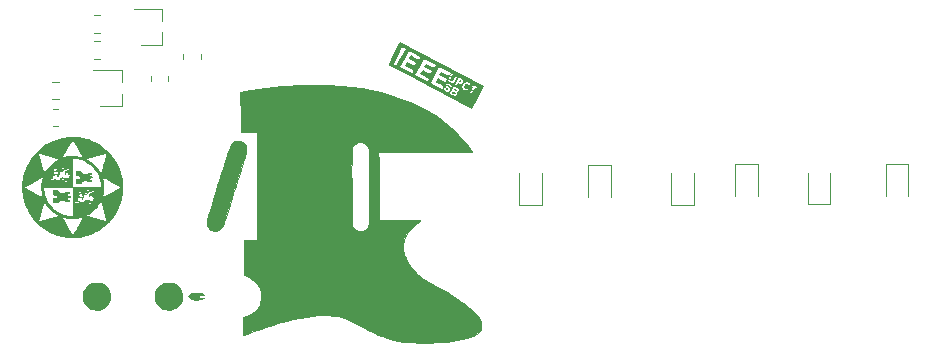
<source format=gbr>
%TF.GenerationSoftware,KiCad,Pcbnew,7.0.5-4d25ed1034~172~ubuntu22.04.1*%
%TF.CreationDate,2023-06-16T00:18:41+02:00*%
%TF.ProjectId,guitarra,67756974-6172-4726-912e-6b696361645f,rev?*%
%TF.SameCoordinates,Original*%
%TF.FileFunction,Legend,Top*%
%TF.FilePolarity,Positive*%
%FSLAX46Y46*%
G04 Gerber Fmt 4.6, Leading zero omitted, Abs format (unit mm)*
G04 Created by KiCad (PCBNEW 7.0.5-4d25ed1034~172~ubuntu22.04.1) date 2023-06-16 00:18:41*
%MOMM*%
%LPD*%
G01*
G04 APERTURE LIST*
%ADD10C,0.120000*%
%ADD11C,0.010000*%
G04 APERTURE END LIST*
%TO.C,G\u002A\u002A\u002A*%
G36*
X96558768Y-51746229D02*
G01*
X96725447Y-51748263D01*
X96884346Y-51754900D01*
X97032005Y-51766521D01*
X97173733Y-51783609D01*
X97314840Y-51806652D01*
X97405556Y-51824393D01*
X97449984Y-51833538D01*
X97489147Y-51841518D01*
X97515172Y-51846728D01*
X97516667Y-51847019D01*
X97546818Y-51853996D01*
X97593201Y-51866083D01*
X97650806Y-51881853D01*
X97714626Y-51899881D01*
X97779651Y-51918742D01*
X97840873Y-51937011D01*
X97893283Y-51953262D01*
X97916429Y-51960787D01*
X98200042Y-52066923D01*
X98474526Y-52193093D01*
X98739178Y-52338766D01*
X98993291Y-52503411D01*
X99236159Y-52686498D01*
X99389712Y-52820155D01*
X99467078Y-52887496D01*
X99685341Y-53105873D01*
X99890244Y-53341101D01*
X100075587Y-53584898D01*
X100117482Y-53646770D01*
X100166209Y-53723447D01*
X100218765Y-53809807D01*
X100272144Y-53900727D01*
X100323342Y-53991087D01*
X100369356Y-54075764D01*
X100407181Y-54149635D01*
X100408905Y-54153162D01*
X100442149Y-54223838D01*
X100477937Y-54304164D01*
X100514183Y-54389073D01*
X100548804Y-54473497D01*
X100579715Y-54552368D01*
X100604832Y-54620620D01*
X100620119Y-54666666D01*
X100650916Y-54768544D01*
X100676109Y-54854405D01*
X100697039Y-54929344D01*
X100715046Y-54998455D01*
X100731469Y-55066831D01*
X100747649Y-55139566D01*
X100760422Y-55200000D01*
X100769809Y-55250671D01*
X100780694Y-55318600D01*
X100792377Y-55398931D01*
X100804159Y-55486808D01*
X100815341Y-55577374D01*
X100817976Y-55600000D01*
X100822739Y-55656265D01*
X100826461Y-55730290D01*
X100829145Y-55817730D01*
X100830791Y-55914241D01*
X100831399Y-56015479D01*
X100830971Y-56117102D01*
X100829505Y-56214763D01*
X100827004Y-56304121D01*
X100823467Y-56380830D01*
X100818896Y-56440547D01*
X100817866Y-56450000D01*
X100786577Y-56681681D01*
X100748003Y-56897286D01*
X100700703Y-57102177D01*
X100643232Y-57301718D01*
X100574149Y-57501272D01*
X100492010Y-57706203D01*
X100460220Y-57779488D01*
X100385562Y-57937610D01*
X100300833Y-58098010D01*
X100210213Y-58253265D01*
X100117880Y-58395948D01*
X100093992Y-58430234D01*
X100068184Y-58467167D01*
X100042772Y-58504312D01*
X100034491Y-58516666D01*
X99970423Y-58606394D01*
X99891519Y-58705868D01*
X99800929Y-58811789D01*
X99701808Y-58920858D01*
X99597308Y-59029775D01*
X99490582Y-59135241D01*
X99384782Y-59233958D01*
X99283062Y-59322626D01*
X99202225Y-59387580D01*
X98973123Y-59554021D01*
X98745005Y-59700852D01*
X98514078Y-59830166D01*
X98276547Y-59944057D01*
X98028620Y-60044616D01*
X97977778Y-60063196D01*
X97931348Y-60079767D01*
X97892518Y-60093230D01*
X97856502Y-60105049D01*
X97818515Y-60116685D01*
X97773769Y-60129601D01*
X97717480Y-60145259D01*
X97644861Y-60165123D01*
X97638889Y-60166750D01*
X97393149Y-60224014D01*
X97135289Y-60265819D01*
X96869282Y-60292035D01*
X96599095Y-60302533D01*
X96328701Y-60297183D01*
X96062069Y-60275854D01*
X95803168Y-60238418D01*
X95750000Y-60228469D01*
X95708424Y-60220442D01*
X95660191Y-60211237D01*
X95638889Y-60207208D01*
X95596227Y-60198144D01*
X95543798Y-60185583D01*
X95494445Y-60172645D01*
X95443041Y-60158504D01*
X95389768Y-60143972D01*
X95348029Y-60132696D01*
X95291882Y-60115995D01*
X95220536Y-60092269D01*
X95139134Y-60063436D01*
X95052819Y-60031413D01*
X94966734Y-59998121D01*
X94886024Y-59965476D01*
X94815830Y-59935399D01*
X94800000Y-59928265D01*
X94661504Y-59862614D01*
X94532722Y-59796071D01*
X94407925Y-59725318D01*
X94281380Y-59647039D01*
X94147356Y-59557918D01*
X94083334Y-59513571D01*
X93846510Y-59334331D01*
X93622592Y-59137628D01*
X93412519Y-58924722D01*
X93348227Y-58849711D01*
X93707848Y-58849711D01*
X93709258Y-58866528D01*
X93723938Y-58870762D01*
X93741667Y-58868441D01*
X93770231Y-58862146D01*
X93811611Y-58851834D01*
X93857273Y-58839641D01*
X93861112Y-58838577D01*
X93912877Y-58824334D01*
X93974379Y-58807636D01*
X94033861Y-58791671D01*
X94044445Y-58788856D01*
X94099933Y-58774072D01*
X94166421Y-58756275D01*
X94233461Y-58738266D01*
X94266667Y-58729314D01*
X94331544Y-58711824D01*
X94403480Y-58692471D01*
X94471089Y-58674317D01*
X94499923Y-58666590D01*
X94546873Y-58653774D01*
X94585580Y-58642748D01*
X94611148Y-58634933D01*
X94618625Y-58632123D01*
X94633398Y-58627110D01*
X94661457Y-58620118D01*
X94674258Y-58617324D01*
X94695522Y-58612668D01*
X94720706Y-58606709D01*
X94752287Y-58598793D01*
X94792742Y-58588266D01*
X94824780Y-58579738D01*
X95727801Y-58579738D01*
X95733376Y-58595026D01*
X95737628Y-58600555D01*
X95747304Y-58614876D01*
X95764057Y-58643302D01*
X95784630Y-58680263D01*
X95789292Y-58688888D01*
X95824573Y-58754153D01*
X95858805Y-58816820D01*
X95890169Y-58873618D01*
X95916843Y-58921276D01*
X95937009Y-58956522D01*
X95948845Y-58976085D01*
X95950016Y-58977777D01*
X95959225Y-58992678D01*
X95975446Y-59020942D01*
X95994677Y-59055555D01*
X96015133Y-59092658D01*
X96043594Y-59143938D01*
X96077162Y-59204210D01*
X96112940Y-59268285D01*
X96148032Y-59330976D01*
X96179542Y-59387096D01*
X96204572Y-59431458D01*
X96205634Y-59433333D01*
X96219678Y-59458359D01*
X96242427Y-59499196D01*
X96271863Y-59552192D01*
X96305963Y-59613695D01*
X96342708Y-59680054D01*
X96380077Y-59747617D01*
X96416049Y-59812733D01*
X96448604Y-59871750D01*
X96475721Y-59921017D01*
X96495380Y-59956883D01*
X96497686Y-59961111D01*
X96522563Y-60005444D01*
X96540050Y-60032917D01*
X96552390Y-60046693D01*
X96560706Y-60050000D01*
X96569795Y-60041004D01*
X96585257Y-60017661D01*
X96600092Y-59991666D01*
X96620051Y-59955848D01*
X96647146Y-59908886D01*
X96676862Y-59858560D01*
X96690747Y-59835466D01*
X96715357Y-59794500D01*
X96734972Y-59761242D01*
X96747170Y-59739836D01*
X96750000Y-59734092D01*
X96753065Y-59727893D01*
X96762588Y-59710640D01*
X96779063Y-59681474D01*
X96802983Y-59639537D01*
X96834841Y-59583970D01*
X96875132Y-59513914D01*
X96924349Y-59428512D01*
X96982984Y-59326903D01*
X97051533Y-59208231D01*
X97130487Y-59071635D01*
X97175122Y-58994444D01*
X97230245Y-58899115D01*
X97275264Y-58821220D01*
X97311199Y-58758958D01*
X97339075Y-58710527D01*
X97359914Y-58674126D01*
X97374739Y-58647954D01*
X97384571Y-58630209D01*
X97390435Y-58619090D01*
X97393352Y-58612796D01*
X97394346Y-58609526D01*
X97394445Y-58608140D01*
X97401019Y-58595943D01*
X97413889Y-58579814D01*
X97426481Y-58564203D01*
X97421866Y-58560825D01*
X97405556Y-58563901D01*
X97381477Y-58569808D01*
X97343697Y-58579810D01*
X97299878Y-58591874D01*
X97294445Y-58593400D01*
X97186410Y-58622432D01*
X97088847Y-58645161D01*
X96996428Y-58662272D01*
X96903826Y-58674446D01*
X96805713Y-58682369D01*
X96696764Y-58686724D01*
X96571650Y-58688194D01*
X96555556Y-58688209D01*
X96450487Y-58687782D01*
X96362651Y-58686115D01*
X96287067Y-58682624D01*
X96218756Y-58676729D01*
X96152738Y-58667847D01*
X96084032Y-58655397D01*
X96007660Y-58638796D01*
X95918640Y-58617463D01*
X95890540Y-58610505D01*
X95835274Y-58596831D01*
X95788173Y-58585315D01*
X95753201Y-58576917D01*
X95734327Y-58572596D01*
X95732206Y-58572222D01*
X95727801Y-58579738D01*
X94824780Y-58579738D01*
X94844549Y-58574476D01*
X94910185Y-58556769D01*
X94992128Y-58534491D01*
X95092853Y-58506990D01*
X95100000Y-58505036D01*
X95167131Y-58486824D01*
X95228665Y-58470398D01*
X95280720Y-58456773D01*
X95319412Y-58446965D01*
X95340861Y-58441989D01*
X95341667Y-58441839D01*
X95363812Y-58435225D01*
X95372223Y-58427899D01*
X95363031Y-58419258D01*
X95338590Y-58403735D01*
X95303598Y-58384242D01*
X95291667Y-58378014D01*
X95204357Y-58328971D01*
X95107097Y-58267230D01*
X95004953Y-58196476D01*
X94902990Y-58120393D01*
X94806274Y-58042666D01*
X94719869Y-57966979D01*
X94696723Y-57945229D01*
X94626469Y-57873059D01*
X94550136Y-57786191D01*
X94471666Y-57689763D01*
X94394997Y-57588912D01*
X94324071Y-57488777D01*
X94262830Y-57394493D01*
X94226266Y-57331884D01*
X94200963Y-57287533D01*
X94183175Y-57261551D01*
X94170978Y-57252188D01*
X94162448Y-57257693D01*
X94157634Y-57269444D01*
X94147098Y-57304324D01*
X94131861Y-57356261D01*
X94113165Y-57420902D01*
X94092249Y-57493892D01*
X94070357Y-57570876D01*
X94048730Y-57647499D01*
X94028609Y-57719406D01*
X94011235Y-57782243D01*
X94006384Y-57800000D01*
X93993211Y-57847719D01*
X93976706Y-57906520D01*
X93958365Y-57971174D01*
X93939686Y-58036451D01*
X93922167Y-58097122D01*
X93907305Y-58147957D01*
X93896599Y-58183727D01*
X93895003Y-58188888D01*
X93889293Y-58208388D01*
X93878598Y-58246072D01*
X93863824Y-58298694D01*
X93845881Y-58363013D01*
X93825676Y-58435784D01*
X93806381Y-58505555D01*
X93784973Y-58582783D01*
X93765025Y-58654124D01*
X93747436Y-58716411D01*
X93733105Y-58766477D01*
X93722932Y-58801157D01*
X93718047Y-58816666D01*
X93707848Y-58849711D01*
X93348227Y-58849711D01*
X93217231Y-58696875D01*
X93037666Y-58455349D01*
X92874763Y-58201404D01*
X92729462Y-57936301D01*
X92602701Y-57661303D01*
X92497338Y-57383333D01*
X92480241Y-57332253D01*
X92465128Y-57285734D01*
X92453919Y-57249760D01*
X92449236Y-57233333D01*
X92441874Y-57205686D01*
X92430772Y-57165479D01*
X92418563Y-57122222D01*
X92406657Y-57077531D01*
X92393556Y-57022224D01*
X92378661Y-56953530D01*
X92361373Y-56868679D01*
X92341092Y-56764902D01*
X92339295Y-56755555D01*
X92324347Y-56665792D01*
X92310427Y-56559706D01*
X92298034Y-56443192D01*
X92287665Y-56322144D01*
X92279818Y-56202455D01*
X92274991Y-56090018D01*
X92274136Y-56025231D01*
X92537603Y-56025231D01*
X92546925Y-56037108D01*
X92568254Y-56053135D01*
X92603459Y-56075048D01*
X92654411Y-56104585D01*
X92716667Y-56139910D01*
X92773218Y-56171942D01*
X92825349Y-56201506D01*
X92868952Y-56226269D01*
X92899918Y-56243900D01*
X92911112Y-56250308D01*
X92937626Y-56265590D01*
X92975302Y-56287319D01*
X93016055Y-56310835D01*
X93016667Y-56311188D01*
X93063575Y-56338060D01*
X93113413Y-56366299D01*
X93150000Y-56386787D01*
X93187177Y-56407868D01*
X93235372Y-56435819D01*
X93286600Y-56465990D01*
X93309753Y-56479795D01*
X93350895Y-56504274D01*
X93384258Y-56523807D01*
X93405719Y-56535999D01*
X93411498Y-56538888D01*
X93421668Y-56544229D01*
X93447095Y-56558778D01*
X93483968Y-56580329D01*
X93528480Y-56606674D01*
X93529522Y-56607294D01*
X93581759Y-56638144D01*
X93633893Y-56668518D01*
X93679136Y-56694482D01*
X93705556Y-56709297D01*
X93739203Y-56728264D01*
X93785758Y-56755136D01*
X93839093Y-56786351D01*
X93893082Y-56818345D01*
X93893558Y-56818629D01*
X93940591Y-56846253D01*
X93980350Y-56868754D01*
X94009213Y-56884146D01*
X94023556Y-56890442D01*
X94024424Y-56890390D01*
X94023604Y-56878467D01*
X94016127Y-56855165D01*
X94015796Y-56854318D01*
X94003411Y-56817094D01*
X93988351Y-56763044D01*
X93971803Y-56697227D01*
X93954952Y-56624701D01*
X93938985Y-56550523D01*
X93925089Y-56479754D01*
X93916753Y-56432042D01*
X93896235Y-56262587D01*
X93887050Y-56081754D01*
X93887076Y-56079419D01*
X94150685Y-56079419D01*
X94151213Y-56120180D01*
X94153671Y-56179201D01*
X94154273Y-56191375D01*
X94157887Y-56251637D01*
X94162323Y-56307892D01*
X94167056Y-56354370D01*
X94170978Y-56381302D01*
X94171560Y-56385298D01*
X94172198Y-56388303D01*
X94179028Y-56420146D01*
X94188223Y-56465628D01*
X94198133Y-56516535D01*
X94201318Y-56533333D01*
X94234303Y-56673119D01*
X94281431Y-56821505D01*
X94340271Y-56972283D01*
X94408395Y-57119244D01*
X94483376Y-57256181D01*
X94485348Y-57259473D01*
X94613940Y-57452506D01*
X94758539Y-57630548D01*
X94918115Y-57792873D01*
X95091640Y-57938759D01*
X95278083Y-58067480D01*
X95476414Y-58178313D01*
X95685604Y-58270533D01*
X95904623Y-58343417D01*
X96090303Y-58388139D01*
X96153392Y-58399477D01*
X96221792Y-58409494D01*
X96291827Y-58417903D01*
X96359817Y-58424419D01*
X96422084Y-58428755D01*
X96474951Y-58430626D01*
X96514738Y-58429744D01*
X96537768Y-58425823D01*
X96541526Y-58423252D01*
X96542499Y-58411984D01*
X97774948Y-58411984D01*
X97786649Y-58416353D01*
X97816467Y-58425711D01*
X97861111Y-58439077D01*
X97917293Y-58455469D01*
X97981724Y-58473905D01*
X97995469Y-58477796D01*
X98092152Y-58505156D01*
X98171105Y-58527598D01*
X98236003Y-58546177D01*
X98290521Y-58561948D01*
X98338335Y-58575966D01*
X98366667Y-58584372D01*
X98395463Y-58592752D01*
X98444872Y-58606880D01*
X98514102Y-58626531D01*
X98602362Y-58651481D01*
X98708859Y-58681507D01*
X98832802Y-58716383D01*
X98850000Y-58721218D01*
X98915778Y-58739723D01*
X98978945Y-58757517D01*
X99034325Y-58773141D01*
X99076742Y-58785134D01*
X99094445Y-58790159D01*
X99138448Y-58802669D01*
X99191197Y-58817634D01*
X99233334Y-58829569D01*
X99279144Y-58842575D01*
X99322716Y-58855021D01*
X99352833Y-58863695D01*
X99371960Y-58869519D01*
X99386272Y-58872897D01*
X99395702Y-58871437D01*
X99400180Y-58862748D01*
X99399638Y-58844437D01*
X99394008Y-58814113D01*
X99383220Y-58769382D01*
X99367207Y-58707853D01*
X99346069Y-58627777D01*
X99331488Y-58572633D01*
X99316575Y-58516653D01*
X99303838Y-58469237D01*
X99300127Y-58455555D01*
X99289576Y-58416330D01*
X99275551Y-58363524D01*
X99260152Y-58305065D01*
X99249789Y-58265443D01*
X99223258Y-58164050D01*
X99200490Y-58077993D01*
X99179811Y-58001059D01*
X99159548Y-57927036D01*
X99138030Y-57849713D01*
X99133436Y-57833333D01*
X99116439Y-57771977D01*
X99096182Y-57697581D01*
X99074954Y-57618625D01*
X99055045Y-57543586D01*
X99050895Y-57527777D01*
X99027113Y-57437255D01*
X99008173Y-57366036D01*
X98993396Y-57311899D01*
X98982105Y-57272621D01*
X98973620Y-57245981D01*
X98967263Y-57229757D01*
X98962355Y-57221726D01*
X98958218Y-57219667D01*
X98956872Y-57219931D01*
X98946287Y-57231042D01*
X98930154Y-57255958D01*
X98917599Y-57278643D01*
X98811330Y-57461137D01*
X98685585Y-57638988D01*
X98543041Y-57809313D01*
X98386374Y-57969228D01*
X98218261Y-58115850D01*
X98041380Y-58246296D01*
X97985456Y-58282826D01*
X97934934Y-58314341D01*
X97886307Y-58343811D01*
X97845253Y-58367846D01*
X97818368Y-58382592D01*
X97791505Y-58397571D01*
X97776317Y-58408711D01*
X97774948Y-58411984D01*
X96542499Y-58411984D01*
X96542609Y-58410715D01*
X96543602Y-58377414D01*
X96544498Y-58324806D01*
X96545290Y-58254349D01*
X96545971Y-58167502D01*
X96546536Y-58065720D01*
X96546976Y-57950463D01*
X96547286Y-57823188D01*
X96547458Y-57685352D01*
X96547486Y-57538414D01*
X96547364Y-57383831D01*
X96547221Y-57302261D01*
X96761112Y-57302261D01*
X96852778Y-57309397D01*
X96906567Y-57312928D01*
X96961785Y-57315501D01*
X97007048Y-57316592D01*
X97009523Y-57316600D01*
X97045652Y-57315915D01*
X97063941Y-57312773D01*
X97068752Y-57305684D01*
X97066284Y-57297222D01*
X97053082Y-57249198D01*
X97056096Y-57208635D01*
X97074394Y-57179108D01*
X97100725Y-57165491D01*
X97117669Y-57164435D01*
X97136249Y-57171909D01*
X97160989Y-57190602D01*
X97194024Y-57220916D01*
X97226451Y-57250055D01*
X97254370Y-57271928D01*
X97272870Y-57282780D01*
X97275593Y-57283333D01*
X97299306Y-57293521D01*
X97314978Y-57322549D01*
X97321408Y-57368115D01*
X97321474Y-57371319D01*
X97330762Y-57423357D01*
X97357088Y-57461569D01*
X97400714Y-57486156D01*
X97421866Y-57490015D01*
X97461900Y-57497318D01*
X97486537Y-57498090D01*
X97531573Y-57494951D01*
X97567043Y-57483303D01*
X97597225Y-57459938D01*
X97626398Y-57421648D01*
X97655556Y-57371348D01*
X97692487Y-57312305D01*
X97729338Y-57273882D01*
X97768173Y-57254580D01*
X97811055Y-57252901D01*
X97817193Y-57253928D01*
X97863052Y-57267897D01*
X97899820Y-57289092D01*
X97922663Y-57314101D01*
X97927778Y-57331994D01*
X97937647Y-57365534D01*
X97962891Y-57396696D01*
X97996963Y-57419447D01*
X98031713Y-57427777D01*
X98074171Y-57422293D01*
X98117660Y-57408569D01*
X98136875Y-57398838D01*
X98132804Y-57389479D01*
X98118687Y-57367247D01*
X98099678Y-57339916D01*
X98065172Y-57299331D01*
X98031705Y-57277785D01*
X97994608Y-57272839D01*
X97976000Y-57275281D01*
X97945414Y-57273489D01*
X97904306Y-57260616D01*
X97890094Y-57254424D01*
X97826852Y-57232667D01*
X97771584Y-57230637D01*
X97722139Y-57248277D01*
X97719215Y-57250017D01*
X97695451Y-57269863D01*
X97668628Y-57299956D01*
X97643433Y-57333942D01*
X97624557Y-57365469D01*
X97616688Y-57388182D01*
X97616667Y-57388985D01*
X97609240Y-57403877D01*
X97590689Y-57425972D01*
X97583215Y-57433446D01*
X97543649Y-57458268D01*
X97497193Y-57467916D01*
X97449648Y-57463419D01*
X97406820Y-57445807D01*
X97374510Y-57416110D01*
X97363102Y-57394386D01*
X97358805Y-57355966D01*
X97375838Y-57323714D01*
X97414159Y-57297702D01*
X97419193Y-57295433D01*
X97459057Y-57273359D01*
X97495719Y-57241665D01*
X97533588Y-57196089D01*
X97558183Y-57161111D01*
X97588743Y-57118199D01*
X97614404Y-57091152D01*
X97641209Y-57076493D01*
X97675204Y-57070744D01*
X97716045Y-57070298D01*
X97779237Y-57076120D01*
X97854764Y-57090687D01*
X97907764Y-57104450D01*
X97989239Y-57127964D01*
X98060391Y-57148933D01*
X98118435Y-57166513D01*
X98160584Y-57179861D01*
X98183834Y-57188043D01*
X98197856Y-57186253D01*
X98212253Y-57167001D01*
X98221448Y-57147537D01*
X98238455Y-57113213D01*
X98256440Y-57084463D01*
X98261783Y-57077777D01*
X98279985Y-57052522D01*
X98300348Y-57017155D01*
X98319321Y-56978851D01*
X98333352Y-56944785D01*
X98338889Y-56922135D01*
X98338889Y-56922009D01*
X98331006Y-56904483D01*
X98310697Y-56879630D01*
X98291604Y-56861179D01*
X98246954Y-56809469D01*
X98223385Y-56759778D01*
X98208116Y-56718700D01*
X98196215Y-56695591D01*
X98184775Y-56687101D01*
X98170888Y-56689881D01*
X98165199Y-56692740D01*
X98142696Y-56703319D01*
X98109296Y-56717342D01*
X98091883Y-56724207D01*
X98047589Y-56749443D01*
X98023065Y-56782816D01*
X98019116Y-56823099D01*
X98021005Y-56832436D01*
X98022860Y-56859239D01*
X98013110Y-56870181D01*
X97995079Y-56865860D01*
X97972096Y-56846873D01*
X97951335Y-56819932D01*
X97930403Y-56768212D01*
X97925869Y-56705021D01*
X97937844Y-56634010D01*
X97944882Y-56611111D01*
X97971045Y-56550179D01*
X98004610Y-56505033D01*
X98049175Y-56473032D01*
X98108338Y-56451535D01*
X98179948Y-56438613D01*
X98244274Y-56425801D01*
X98287971Y-56406093D01*
X98311658Y-56379109D01*
X98316667Y-56354807D01*
X98307702Y-56331297D01*
X98284671Y-56318002D01*
X98253369Y-56315170D01*
X98219591Y-56323050D01*
X98189134Y-56341889D01*
X98182095Y-56349042D01*
X98153248Y-56373188D01*
X98115096Y-56386402D01*
X98099065Y-56389103D01*
X98061419Y-56397918D01*
X98014065Y-56413833D01*
X97966906Y-56433497D01*
X97964471Y-56434642D01*
X97915153Y-56460969D01*
X97873719Y-56491176D01*
X97831882Y-56531658D01*
X97815401Y-56549672D01*
X97782788Y-56585665D01*
X97760237Y-56607948D01*
X97743018Y-56619392D01*
X97726399Y-56622872D01*
X97705650Y-56621260D01*
X97698996Y-56620361D01*
X97629665Y-56619247D01*
X97571323Y-56635944D01*
X97540465Y-56655934D01*
X97516487Y-56683955D01*
X97501404Y-56722224D01*
X97494151Y-56774697D01*
X97493311Y-56831494D01*
X97487112Y-56899536D01*
X97463863Y-56957030D01*
X97421072Y-57010017D01*
X97418641Y-57012399D01*
X97385315Y-57040643D01*
X97361329Y-57049458D01*
X97344108Y-57038177D01*
X97331079Y-57006131D01*
X97326723Y-56988512D01*
X97305740Y-56928954D01*
X97273603Y-56888554D01*
X97230079Y-56867187D01*
X97174939Y-56864729D01*
X97120850Y-56876749D01*
X97048163Y-56907137D01*
X96996012Y-56945996D01*
X96964404Y-56993317D01*
X96953344Y-57049090D01*
X96962839Y-57113302D01*
X96969990Y-57135011D01*
X96983381Y-57178781D01*
X96983740Y-57206709D01*
X96969627Y-57221911D01*
X96939597Y-57227506D01*
X96927074Y-57227777D01*
X96898674Y-57225644D01*
X96880305Y-57216221D01*
X96868067Y-57194976D01*
X96858059Y-57157375D01*
X96855357Y-57144444D01*
X96846521Y-57110086D01*
X96835803Y-57092282D01*
X96819707Y-57085426D01*
X96818438Y-57085232D01*
X96793267Y-57083336D01*
X96776751Y-57088602D01*
X96767091Y-57104567D01*
X96762490Y-57134768D01*
X96761148Y-57182742D01*
X96761112Y-57198004D01*
X96761112Y-57302261D01*
X96547221Y-57302261D01*
X96547083Y-57223060D01*
X96547081Y-57222222D01*
X96545423Y-56474419D01*
X97051669Y-56474419D01*
X97052102Y-56537733D01*
X97052502Y-56563646D01*
X97055556Y-56744444D01*
X97090729Y-56747856D01*
X97122732Y-56757860D01*
X97154282Y-56777780D01*
X97157395Y-56780545D01*
X97191639Y-56803181D01*
X97233778Y-56810705D01*
X97235677Y-56810751D01*
X97289445Y-56822095D01*
X97333245Y-56852728D01*
X97360465Y-56892130D01*
X97373762Y-56915545D01*
X97383846Y-56927234D01*
X97384831Y-56927525D01*
X97390974Y-56917702D01*
X97396254Y-56892011D01*
X97400111Y-56856804D01*
X97401984Y-56818434D01*
X97401312Y-56783252D01*
X97399197Y-56764836D01*
X97379705Y-56698962D01*
X97348811Y-56649467D01*
X97307898Y-56617861D01*
X97258348Y-56605651D01*
X97253203Y-56605555D01*
X97217426Y-56608205D01*
X97187992Y-56614820D01*
X97181893Y-56617437D01*
X97155759Y-56622156D01*
X97135540Y-56605982D01*
X97122105Y-56569665D01*
X97121197Y-56565105D01*
X97121477Y-56536111D01*
X97618024Y-56536111D01*
X97627464Y-56545933D01*
X97658067Y-56549911D01*
X97665478Y-56550000D01*
X97698067Y-56547518D01*
X97716896Y-56537005D01*
X97725590Y-56513863D01*
X97727775Y-56473492D01*
X97727778Y-56470956D01*
X97733050Y-56425121D01*
X97746957Y-56382961D01*
X97766633Y-56351645D01*
X97779615Y-56341245D01*
X97804194Y-56332187D01*
X97837282Y-56324006D01*
X97841365Y-56323237D01*
X97877654Y-56310383D01*
X97896348Y-56289570D01*
X97895371Y-56263393D01*
X97893112Y-56258620D01*
X97880390Y-56246197D01*
X97855792Y-56240170D01*
X97823615Y-56238888D01*
X97788264Y-56240109D01*
X97768157Y-56245615D01*
X97756370Y-56258174D01*
X97751560Y-56267680D01*
X97736394Y-56293675D01*
X97713387Y-56325770D01*
X97702679Y-56339070D01*
X97681507Y-56371078D01*
X97658845Y-56415731D01*
X97638273Y-56464696D01*
X97623369Y-56509644D01*
X97618024Y-56536111D01*
X97121477Y-56536111D01*
X97121581Y-56525388D01*
X97139943Y-56498670D01*
X97176117Y-56485119D01*
X97201723Y-56483333D01*
X97246888Y-56476035D01*
X97278007Y-56455725D01*
X97292240Y-56424772D01*
X97292340Y-56407660D01*
X97290015Y-56393752D01*
X97284057Y-56384862D01*
X97270152Y-56379668D01*
X97243985Y-56376850D01*
X97201242Y-56375088D01*
X97184167Y-56374557D01*
X97136834Y-56373732D01*
X97097118Y-56374200D01*
X97070827Y-56375840D01*
X97064447Y-56377092D01*
X97058713Y-56383690D01*
X97054793Y-56400225D01*
X97052505Y-56429525D01*
X97051669Y-56474419D01*
X96545423Y-56474419D01*
X96544445Y-56033333D01*
X95361282Y-56030367D01*
X95200790Y-56030021D01*
X95046422Y-56029797D01*
X94899645Y-56029691D01*
X94761926Y-56029701D01*
X94634732Y-56029822D01*
X94519531Y-56030050D01*
X94417790Y-56030381D01*
X94330975Y-56030813D01*
X94260555Y-56031341D01*
X94207997Y-56031960D01*
X94174766Y-56032669D01*
X94162384Y-56033439D01*
X94156100Y-56039374D01*
X94152257Y-56053592D01*
X94150685Y-56079419D01*
X93887076Y-56079419D01*
X93889114Y-55897228D01*
X93902345Y-55716696D01*
X93926261Y-55550000D01*
X93936956Y-55495875D01*
X93949920Y-55436030D01*
X93964055Y-55374924D01*
X93978262Y-55317012D01*
X93982552Y-55300654D01*
X94695734Y-55300654D01*
X94697100Y-55348756D01*
X94702515Y-55383228D01*
X94708334Y-55396556D01*
X94724565Y-55404631D01*
X94756494Y-55411632D01*
X94799322Y-55417323D01*
X94848250Y-55421465D01*
X94898481Y-55423822D01*
X94899645Y-55423830D01*
X94945215Y-55424157D01*
X94983654Y-55422231D01*
X95009000Y-55417807D01*
X95016667Y-55411810D01*
X95009913Y-55392874D01*
X95005556Y-55388888D01*
X94997976Y-55374080D01*
X94994473Y-55347277D01*
X94994445Y-55344595D01*
X95002004Y-55308616D01*
X95022932Y-55284760D01*
X95048231Y-55270321D01*
X95071860Y-55271394D01*
X95098277Y-55289381D01*
X95124166Y-55316604D01*
X95156643Y-55347241D01*
X95196202Y-55375920D01*
X95210277Y-55384105D01*
X95240161Y-55401172D01*
X95255206Y-55416214D01*
X95260493Y-55437055D01*
X95261112Y-55462371D01*
X95270855Y-55516259D01*
X95298668Y-55559051D01*
X95342426Y-55588919D01*
X95400002Y-55604041D01*
X95427864Y-55605555D01*
X95484076Y-55598092D01*
X95529965Y-55574280D01*
X95568589Y-55531980D01*
X95593027Y-55490049D01*
X95631053Y-55426937D01*
X95672153Y-55381652D01*
X95714371Y-55356321D01*
X95716829Y-55355504D01*
X95740146Y-55354735D01*
X95774239Y-55360789D01*
X95793533Y-55366363D01*
X95829145Y-55380955D01*
X95849721Y-55398242D01*
X95860895Y-55419960D01*
X95875892Y-55457500D01*
X95889569Y-55481450D01*
X95906986Y-55499506D01*
X95919833Y-55509593D01*
X95959032Y-55526419D01*
X96006110Y-55528556D01*
X96052017Y-55515714D01*
X96055509Y-55513957D01*
X96083172Y-55499463D01*
X96044630Y-55442231D01*
X96015044Y-55403248D01*
X95988086Y-55381777D01*
X95957956Y-55374767D01*
X95923118Y-55378342D01*
X95884628Y-55379094D01*
X95847633Y-55363445D01*
X95793543Y-55340060D01*
X95737394Y-55332017D01*
X95686734Y-55340287D01*
X95681966Y-55342172D01*
X95648970Y-55359988D01*
X95621603Y-55385197D01*
X95595380Y-55422786D01*
X95573374Y-55462857D01*
X95549344Y-55501083D01*
X95521110Y-55534266D01*
X95504719Y-55548212D01*
X95461931Y-55567089D01*
X95416145Y-55570783D01*
X95372306Y-55561115D01*
X95335359Y-55539907D01*
X95310248Y-55508980D01*
X95301852Y-55473487D01*
X95308644Y-55437601D01*
X95326495Y-55413163D01*
X95347986Y-55405555D01*
X95376697Y-55396573D01*
X95411640Y-55372379D01*
X95448101Y-55337102D01*
X95481369Y-55294872D01*
X95490518Y-55280651D01*
X95517486Y-55240547D01*
X95545511Y-55209842D01*
X95577034Y-55188363D01*
X95614496Y-55175936D01*
X95660338Y-55172388D01*
X95716998Y-55177546D01*
X95786919Y-55191237D01*
X95872541Y-55213287D01*
X95976303Y-55243522D01*
X95983334Y-55245645D01*
X96028232Y-55259694D01*
X96066532Y-55272527D01*
X96092040Y-55282036D01*
X96097072Y-55284330D01*
X96124292Y-55293464D01*
X96145143Y-55286055D01*
X96163729Y-55259851D01*
X96171469Y-55243561D01*
X96192992Y-55202284D01*
X96219277Y-55161286D01*
X96227133Y-55150815D01*
X96251052Y-55112787D01*
X96270497Y-55068685D01*
X96274542Y-55055658D01*
X96282294Y-55023315D01*
X96282716Y-55005322D01*
X96275104Y-54994816D01*
X96267799Y-54990070D01*
X96224284Y-54957949D01*
X96191656Y-54916517D01*
X96167422Y-54866666D01*
X96151153Y-54830522D01*
X96135005Y-54809389D01*
X96114341Y-54802129D01*
X96084522Y-54807601D01*
X96040911Y-54824668D01*
X96024928Y-54831665D01*
X95961112Y-54859888D01*
X95961112Y-54916055D01*
X95957811Y-54954213D01*
X95947977Y-54971148D01*
X95931710Y-54966845D01*
X95909110Y-54941290D01*
X95898306Y-54925093D01*
X95874783Y-54868914D01*
X95870318Y-54804200D01*
X95879095Y-54759083D01*
X96562831Y-54759083D01*
X96562842Y-54899506D01*
X96562930Y-55038726D01*
X96563095Y-55174942D01*
X96563335Y-55306351D01*
X96563653Y-55431153D01*
X96564047Y-55547544D01*
X96564518Y-55653724D01*
X96565066Y-55747890D01*
X96565691Y-55828240D01*
X96566393Y-55892973D01*
X96567172Y-55940286D01*
X96568029Y-55968378D01*
X96568535Y-55975000D01*
X96575063Y-56016666D01*
X97136834Y-56016666D01*
X97768087Y-56016666D01*
X97823615Y-56016666D01*
X98253369Y-56016666D01*
X98958218Y-56016666D01*
X98961112Y-56016666D01*
X98962702Y-55986111D01*
X98962465Y-55871269D01*
X98951384Y-55742487D01*
X98930495Y-55604607D01*
X98900833Y-55462468D01*
X98863433Y-55320912D01*
X98819333Y-55184778D01*
X98816622Y-55177921D01*
X99099523Y-55177921D01*
X99104338Y-55205095D01*
X99115554Y-55248693D01*
X99132884Y-55311136D01*
X99134428Y-55316666D01*
X99181233Y-55513841D01*
X99211477Y-55712710D01*
X99225957Y-55919343D01*
X99227542Y-56024115D01*
X99222387Y-56204565D01*
X99206696Y-56373513D01*
X99179364Y-56539579D01*
X99139665Y-56709941D01*
X99126737Y-56760862D01*
X99116813Y-56803493D01*
X99110829Y-56833538D01*
X99109721Y-56846706D01*
X99109832Y-56846868D01*
X99121427Y-56844753D01*
X99145614Y-56833928D01*
X99162930Y-56824685D01*
X99201345Y-56803056D01*
X99239433Y-56781576D01*
X99250000Y-56775608D01*
X99280735Y-56758368D01*
X99321228Y-56735821D01*
X99355556Y-56716806D01*
X99388282Y-56698607D01*
X99435329Y-56672284D01*
X99491676Y-56640652D01*
X99552303Y-56606530D01*
X99588889Y-56585894D01*
X99651855Y-56550486D01*
X99728018Y-56507877D01*
X99811100Y-56461563D01*
X99894824Y-56415045D01*
X99972911Y-56371823D01*
X99977778Y-56369135D01*
X100044324Y-56332265D01*
X100106692Y-56297455D01*
X100161430Y-56266652D01*
X100205087Y-56241804D01*
X100234209Y-56224855D01*
X100241446Y-56220455D01*
X100267598Y-56204671D01*
X100284834Y-56195437D01*
X100287740Y-56194444D01*
X100298813Y-56189331D01*
X100325012Y-56175496D01*
X100362140Y-56155191D01*
X100396347Y-56136111D01*
X100444319Y-56109276D01*
X100489719Y-56084117D01*
X100526173Y-56064153D01*
X100541720Y-56055806D01*
X100567326Y-56038551D01*
X100582022Y-56021558D01*
X100583139Y-56009188D01*
X100572438Y-56005555D01*
X100557922Y-55999983D01*
X100531107Y-55985490D01*
X100502994Y-55968450D01*
X100458005Y-55940917D01*
X100408161Y-55911824D01*
X100383334Y-55897933D01*
X100358883Y-55884251D01*
X100318035Y-55861027D01*
X100263607Y-55829881D01*
X100198420Y-55792429D01*
X100125292Y-55750292D01*
X100047042Y-55705086D01*
X100000000Y-55677855D01*
X99907980Y-55624562D01*
X99808711Y-55567096D01*
X99707353Y-55508443D01*
X99609060Y-55451585D01*
X99518991Y-55399505D01*
X99442300Y-55355187D01*
X99433334Y-55350009D01*
X99364345Y-55310111D01*
X99299746Y-55272652D01*
X99242665Y-55239455D01*
X99196231Y-55212341D01*
X99163574Y-55193134D01*
X99150000Y-55185010D01*
X99126347Y-55170715D01*
X99110241Y-55163153D01*
X99101395Y-55164748D01*
X99099523Y-55177921D01*
X98816622Y-55177921D01*
X98769566Y-55058909D01*
X98759518Y-55036471D01*
X98651324Y-54825213D01*
X98526951Y-54629092D01*
X98386601Y-54448323D01*
X98230477Y-54283123D01*
X98058781Y-54133706D01*
X97871716Y-54000288D01*
X97683334Y-53890338D01*
X97511388Y-53808118D01*
X97333734Y-53739183D01*
X97154197Y-53684569D01*
X96976603Y-53645314D01*
X96804775Y-53622453D01*
X96701753Y-53617905D01*
X97750000Y-53617905D01*
X97759131Y-53626024D01*
X97784184Y-53642719D01*
X97821650Y-53665784D01*
X97868022Y-53693013D01*
X97883528Y-53701881D01*
X98087099Y-53830240D01*
X98277037Y-53976140D01*
X98453311Y-54139550D01*
X98615890Y-54320439D01*
X98764744Y-54518776D01*
X98899844Y-54734529D01*
X98910681Y-54753650D01*
X98927950Y-54782008D01*
X98941095Y-54799306D01*
X98946069Y-54802079D01*
X98951163Y-54789346D01*
X98961559Y-54756813D01*
X98976770Y-54706135D01*
X98996307Y-54638966D01*
X99019686Y-54556961D01*
X99046417Y-54461776D01*
X99049701Y-54450000D01*
X99075501Y-54357783D01*
X99102737Y-54261094D01*
X99110241Y-54234614D01*
X99129914Y-54165192D01*
X99155537Y-54075337D01*
X99178113Y-53996788D01*
X99194946Y-53938888D01*
X99209754Y-53887955D01*
X99227295Y-53826941D01*
X99245641Y-53762633D01*
X99262858Y-53701816D01*
X99277016Y-53651278D01*
X99283493Y-53627777D01*
X99294013Y-53589639D01*
X99309408Y-53534473D01*
X99328458Y-53466623D01*
X99349943Y-53390430D01*
X99372643Y-53310238D01*
X99377978Y-53291435D01*
X99390343Y-53245498D01*
X99399165Y-53207996D01*
X99403394Y-53183710D01*
X99403088Y-53177161D01*
X99389712Y-53175971D01*
X99363398Y-53180021D01*
X99354245Y-53182130D01*
X99309470Y-53193399D01*
X99251814Y-53208173D01*
X99187415Y-53224849D01*
X99122412Y-53241828D01*
X99062945Y-53257508D01*
X99015152Y-53270289D01*
X98994445Y-53275952D01*
X98951611Y-53287748D01*
X98898982Y-53302094D01*
X98850000Y-53315332D01*
X98797694Y-53329449D01*
X98742754Y-53344365D01*
X98700000Y-53356050D01*
X98656771Y-53367713D01*
X98615853Y-53378403D01*
X98594445Y-53383766D01*
X98566581Y-53390886D01*
X98524414Y-53402112D01*
X98475036Y-53415545D01*
X98450000Y-53422456D01*
X98388583Y-53439325D01*
X98320172Y-53457846D01*
X98257420Y-53474598D01*
X98244445Y-53478019D01*
X98186753Y-53493283D01*
X98124699Y-53509871D01*
X98070049Y-53524635D01*
X98061112Y-53527074D01*
X98012295Y-53540300D01*
X97951971Y-53556471D01*
X97890132Y-53572913D01*
X97863889Y-53579842D01*
X97817255Y-53592832D01*
X97779859Y-53604605D01*
X97756143Y-53613676D01*
X97750000Y-53617905D01*
X96701753Y-53617905D01*
X96673687Y-53616666D01*
X96625295Y-53617232D01*
X96594778Y-53619464D01*
X96577805Y-53624163D01*
X96570045Y-53632131D01*
X96568631Y-53636111D01*
X96567731Y-53650415D01*
X96566906Y-53685140D01*
X96566157Y-53738483D01*
X96565484Y-53808642D01*
X96564886Y-53893816D01*
X96564365Y-53992203D01*
X96563919Y-54102001D01*
X96563549Y-54221407D01*
X96563255Y-54348620D01*
X96563038Y-54481839D01*
X96562896Y-54619260D01*
X96562831Y-54759083D01*
X95879095Y-54759083D01*
X95884847Y-54729516D01*
X95889286Y-54715471D01*
X95921010Y-54648177D01*
X95966307Y-54597989D01*
X96026221Y-54564088D01*
X96101790Y-54545653D01*
X96105556Y-54545176D01*
X96159915Y-54537923D01*
X96196719Y-54530946D01*
X96220563Y-54522726D01*
X96236043Y-54511742D01*
X96246398Y-54498579D01*
X96257969Y-54472845D01*
X96253548Y-54447958D01*
X96251815Y-54443989D01*
X96231464Y-54422833D01*
X96200649Y-54414637D01*
X96166937Y-54419371D01*
X96137893Y-54437007D01*
X96131483Y-54444450D01*
X96109002Y-54464288D01*
X96070704Y-54481929D01*
X96030059Y-54494627D01*
X95955749Y-54517618D01*
X95896815Y-54542594D01*
X95846486Y-54573391D01*
X95797994Y-54613843D01*
X95768395Y-54642882D01*
X95692345Y-54720564D01*
X95612045Y-54722002D01*
X95549650Y-54727890D01*
X95502676Y-54744487D01*
X95469324Y-54773986D01*
X95447792Y-54818579D01*
X95436279Y-54880462D01*
X95433130Y-54939919D01*
X95426865Y-55008044D01*
X95408896Y-55061464D01*
X95376672Y-55105722D01*
X95343366Y-55134909D01*
X95317359Y-55152433D01*
X95300588Y-55156156D01*
X95288863Y-55149978D01*
X95276954Y-55129592D01*
X95272181Y-55101417D01*
X95262144Y-55055188D01*
X95235749Y-55012575D01*
X95198410Y-54981651D01*
X95188805Y-54977026D01*
X95155880Y-54967427D01*
X95120737Y-54968093D01*
X95097382Y-54972360D01*
X95039143Y-54989800D01*
X94984244Y-55014848D01*
X94940537Y-55043659D01*
X94928031Y-55055286D01*
X94908137Y-55090407D01*
X94898270Y-55138362D01*
X94899156Y-55191800D01*
X94909882Y-55238888D01*
X94923160Y-55281212D01*
X94926265Y-55307751D01*
X94918558Y-55322795D01*
X94899400Y-55330635D01*
X94896097Y-55331336D01*
X94854446Y-55333623D01*
X94825120Y-55322726D01*
X94812058Y-55301450D01*
X94802493Y-55251003D01*
X94794695Y-55218353D01*
X94786426Y-55199436D01*
X94775448Y-55190189D01*
X94759520Y-55186551D01*
X94748156Y-55185496D01*
X94725879Y-55184841D01*
X94711253Y-55189822D01*
X94702570Y-55204193D01*
X94698121Y-55231706D01*
X94696198Y-55276115D01*
X94695734Y-55300654D01*
X93982552Y-55300654D01*
X93991441Y-55266755D01*
X94002493Y-55228608D01*
X94010319Y-55207031D01*
X94011222Y-55205376D01*
X94012745Y-55195163D01*
X94010545Y-55194444D01*
X93997038Y-55199401D01*
X93969878Y-55212290D01*
X93934774Y-55230140D01*
X93897438Y-55249981D01*
X93863578Y-55268841D01*
X93838905Y-55283749D01*
X93838889Y-55283759D01*
X93816530Y-55297275D01*
X93780912Y-55317543D01*
X93738432Y-55340947D01*
X93722223Y-55349695D01*
X93685338Y-55369767D01*
X93633574Y-55398334D01*
X93571379Y-55432921D01*
X93503198Y-55471054D01*
X93433479Y-55510257D01*
X93416667Y-55519744D01*
X93339363Y-55563392D01*
X93277646Y-55598200D01*
X93227762Y-55626269D01*
X93185955Y-55649702D01*
X93148471Y-55670599D01*
X93111555Y-55691063D01*
X93071452Y-55713193D01*
X93044445Y-55728066D01*
X92952892Y-55778556D01*
X92865145Y-55827131D01*
X92783673Y-55872411D01*
X92710943Y-55913017D01*
X92649422Y-55947571D01*
X92601578Y-55974693D01*
X92569879Y-55993003D01*
X92562978Y-55997122D01*
X92547500Y-56006975D01*
X92538418Y-56015766D01*
X92537603Y-56025231D01*
X92274136Y-56025231D01*
X92273680Y-55990729D01*
X92273787Y-55979671D01*
X92275397Y-55920362D01*
X92278670Y-55847662D01*
X92283148Y-55770302D01*
X92288373Y-55697011D01*
X92289030Y-55688888D01*
X92321060Y-55407485D01*
X92370228Y-55130875D01*
X92435758Y-54862384D01*
X92516877Y-54605335D01*
X92580381Y-54439172D01*
X92600801Y-54389296D01*
X92620774Y-54340094D01*
X92636802Y-54300193D01*
X92640339Y-54291275D01*
X92657746Y-54251148D01*
X92683556Y-54196683D01*
X92715197Y-54132864D01*
X92750096Y-54064676D01*
X92785681Y-53997103D01*
X92819381Y-53935131D01*
X92848623Y-53883743D01*
X92862302Y-53861111D01*
X92876432Y-53838497D01*
X92898113Y-53803781D01*
X92923128Y-53763713D01*
X92928220Y-53755555D01*
X92963306Y-53701212D01*
X93008993Y-53633330D01*
X93062428Y-53556055D01*
X93120754Y-53473534D01*
X93161112Y-53417423D01*
X93209337Y-53354642D01*
X93270481Y-53280964D01*
X93340962Y-53200375D01*
X93358028Y-53181680D01*
X93707450Y-53181680D01*
X93709361Y-53199953D01*
X93717290Y-53232428D01*
X93731008Y-53282584D01*
X93732739Y-53288888D01*
X93744095Y-53330638D01*
X93758608Y-53384479D01*
X93773749Y-53441022D01*
X93779100Y-53461111D01*
X93799031Y-53535964D01*
X93814742Y-53594692D01*
X93827691Y-53642655D01*
X93839334Y-53685211D01*
X93851130Y-53727721D01*
X93864535Y-53775544D01*
X93866726Y-53783333D01*
X93880682Y-53833624D01*
X93893280Y-53880240D01*
X93902620Y-53916101D01*
X93905473Y-53927777D01*
X93913616Y-53960256D01*
X93925057Y-54002927D01*
X93933563Y-54033333D01*
X93945489Y-54076475D01*
X93956137Y-54117336D01*
X93961323Y-54138888D01*
X93968223Y-54167250D01*
X93979154Y-54209561D01*
X93992178Y-54258365D01*
X93997468Y-54277777D01*
X94010545Y-54325574D01*
X94026399Y-54383520D01*
X94054354Y-54486196D01*
X94080116Y-54581315D01*
X94102471Y-54664389D01*
X94120203Y-54730928D01*
X94121479Y-54735756D01*
X94133172Y-54778076D01*
X94143418Y-54811636D01*
X94150524Y-54831010D01*
X94151975Y-54833455D01*
X94159758Y-54827612D01*
X94174325Y-54806262D01*
X94192682Y-54773855D01*
X94194745Y-54769921D01*
X94203418Y-54755044D01*
X94987951Y-54755044D01*
X94988010Y-54766394D01*
X94988889Y-54832789D01*
X95035445Y-54849942D01*
X95071339Y-54866670D01*
X95102520Y-54886857D01*
X95108383Y-54891880D01*
X95144662Y-54912443D01*
X95178494Y-54916708D01*
X95229623Y-54925813D01*
X95272947Y-54950579D01*
X95302385Y-54987333D01*
X95305012Y-54993130D01*
X95318577Y-55019655D01*
X95329181Y-55024982D01*
X95337674Y-55008756D01*
X95344003Y-54976850D01*
X95346480Y-54906203D01*
X95333895Y-54838908D01*
X95307987Y-54780157D01*
X95270493Y-54735144D01*
X95260528Y-54727362D01*
X95232082Y-54711379D01*
X95203176Y-54707824D01*
X95179721Y-54710705D01*
X95132514Y-54718071D01*
X95102415Y-54720111D01*
X95084741Y-54715840D01*
X95074807Y-54704275D01*
X95068786Y-54687417D01*
X95065359Y-54646718D01*
X95068334Y-54637632D01*
X95563178Y-54637632D01*
X95573632Y-54647206D01*
X95599072Y-54648631D01*
X95613889Y-54647831D01*
X95666667Y-54644444D01*
X95673540Y-54572222D01*
X95678378Y-54531497D01*
X95684102Y-54497672D01*
X95688775Y-54480144D01*
X95707579Y-54458128D01*
X95739338Y-54439330D01*
X95774851Y-54428673D01*
X95786616Y-54427777D01*
X95815388Y-54420482D01*
X95835092Y-54402564D01*
X95843440Y-54379976D01*
X95838143Y-54358672D01*
X95818418Y-54345053D01*
X95785438Y-54339908D01*
X95749917Y-54341862D01*
X95720299Y-54349732D01*
X95705700Y-54360842D01*
X95693593Y-54378939D01*
X95672222Y-54407142D01*
X95651774Y-54432551D01*
X95627259Y-54464845D01*
X95608937Y-54493827D01*
X95601950Y-54509642D01*
X95594328Y-54535147D01*
X95582499Y-54568958D01*
X95579171Y-54577777D01*
X95565696Y-54615844D01*
X95563178Y-54637632D01*
X95068334Y-54637632D01*
X95073861Y-54620751D01*
X95085705Y-54601477D01*
X95102260Y-54591292D01*
X95130883Y-54586626D01*
X95146411Y-54585561D01*
X95181175Y-54581230D01*
X95206785Y-54573835D01*
X95214230Y-54568895D01*
X95227292Y-54543587D01*
X95232998Y-54515295D01*
X95230107Y-54493137D01*
X95225315Y-54487366D01*
X95204332Y-54481336D01*
X95168581Y-54477172D01*
X95125458Y-54475119D01*
X95082359Y-54475422D01*
X95046679Y-54478327D01*
X95033334Y-54480998D01*
X95000000Y-54490408D01*
X94993566Y-54595204D01*
X94990698Y-54651067D01*
X94988719Y-54707645D01*
X94987951Y-54755044D01*
X94203418Y-54755044D01*
X94307658Y-54576232D01*
X94440249Y-54390342D01*
X94590810Y-54214004D01*
X94757637Y-54048965D01*
X94939022Y-53896978D01*
X95125458Y-53765302D01*
X95133259Y-53759792D01*
X95247724Y-53689671D01*
X95286722Y-53666435D01*
X95316676Y-53647420D01*
X95333631Y-53635205D01*
X95335911Y-53632206D01*
X95324721Y-53628158D01*
X95296223Y-53619181D01*
X95254468Y-53606470D01*
X95203509Y-53591221D01*
X95147398Y-53574632D01*
X95090188Y-53557898D01*
X95035931Y-53542214D01*
X94988679Y-53528779D01*
X94952485Y-53518786D01*
X94944445Y-53516654D01*
X94914528Y-53508582D01*
X94874466Y-53497463D01*
X94850000Y-53490555D01*
X94795907Y-53475211D01*
X95694551Y-53475211D01*
X95703728Y-53479195D01*
X95725000Y-53476731D01*
X95749661Y-53470546D01*
X95785438Y-53461059D01*
X95788578Y-53460226D01*
X95834620Y-53447671D01*
X95850000Y-53443407D01*
X96047400Y-53397701D01*
X96200649Y-53374874D01*
X96255415Y-53366717D01*
X96467551Y-53350995D01*
X96673687Y-53351075D01*
X96677317Y-53351076D01*
X96830120Y-53361930D01*
X96917423Y-53373219D01*
X97017122Y-53389652D01*
X97120464Y-53409559D01*
X97218694Y-53431269D01*
X97293080Y-53450293D01*
X97332619Y-53460567D01*
X97363054Y-53467108D01*
X97378838Y-53468758D01*
X97379753Y-53468395D01*
X97376989Y-53457519D01*
X97366331Y-53433209D01*
X97350775Y-53401404D01*
X97333315Y-53368044D01*
X97316945Y-53339067D01*
X97306052Y-53322222D01*
X97297267Y-53307798D01*
X97281073Y-53279089D01*
X97260469Y-53241442D01*
X97253110Y-53227777D01*
X97236145Y-53196648D01*
X97210076Y-53149459D01*
X97176734Y-53089493D01*
X97137949Y-53020035D01*
X97095553Y-52944369D01*
X97051378Y-52865781D01*
X97040319Y-52846147D01*
X96998695Y-52772137D01*
X96960823Y-52704515D01*
X96928024Y-52645663D01*
X96901618Y-52597960D01*
X96882926Y-52563789D01*
X96873269Y-52545530D01*
X96872223Y-52543149D01*
X96866836Y-52531753D01*
X96853262Y-52508554D01*
X96846093Y-52497001D01*
X96828206Y-52467015D01*
X96804669Y-52425410D01*
X96780054Y-52380297D01*
X96775751Y-52372222D01*
X96757318Y-52337995D01*
X96732889Y-52293370D01*
X96704504Y-52241993D01*
X96674204Y-52187507D01*
X96644028Y-52133558D01*
X96616017Y-52083790D01*
X96592209Y-52041848D01*
X96574645Y-52011378D01*
X96565364Y-51996024D01*
X96564697Y-51995105D01*
X96558768Y-51993402D01*
X96549452Y-52000540D01*
X96535548Y-52018354D01*
X96515857Y-52048678D01*
X96489178Y-52093346D01*
X96454312Y-52154192D01*
X96416101Y-52222222D01*
X96402536Y-52246208D01*
X96379607Y-52286406D01*
X96349054Y-52339780D01*
X96312619Y-52403292D01*
X96272041Y-52473906D01*
X96229063Y-52548584D01*
X96221848Y-52561111D01*
X96178635Y-52636170D01*
X96137529Y-52707667D01*
X96100270Y-52772563D01*
X96068602Y-52827823D01*
X96044265Y-52870408D01*
X96029002Y-52897283D01*
X96027475Y-52900000D01*
X96011740Y-52927627D01*
X95987220Y-52970140D01*
X95956394Y-53023265D01*
X95921740Y-53082732D01*
X95889832Y-53137282D01*
X95856577Y-53194226D01*
X95827564Y-53244284D01*
X95804530Y-53284427D01*
X95789212Y-53311628D01*
X95783348Y-53322858D01*
X95783334Y-53322946D01*
X95777821Y-53333531D01*
X95763257Y-53357885D01*
X95742599Y-53391081D01*
X95738995Y-53396775D01*
X95717534Y-53431656D01*
X95701756Y-53459304D01*
X95694676Y-53474401D01*
X95694551Y-53475211D01*
X94795907Y-53475211D01*
X94791680Y-53474012D01*
X94719716Y-53453677D01*
X94641870Y-53431737D01*
X94565900Y-53410381D01*
X94511112Y-53395023D01*
X94468995Y-53383111D01*
X94413083Y-53367121D01*
X94350909Y-53349213D01*
X94294445Y-53332843D01*
X94224645Y-53312548D01*
X94172127Y-53297328D01*
X94132844Y-53286029D01*
X94102748Y-53277494D01*
X94077791Y-53270568D01*
X94053924Y-53264094D01*
X94050000Y-53263040D01*
X94020467Y-53255116D01*
X93977837Y-53243678D01*
X93930477Y-53230972D01*
X93922223Y-53228757D01*
X93876892Y-53216280D01*
X93836794Y-53204685D01*
X93809247Y-53196103D01*
X93805556Y-53194816D01*
X93774314Y-53185341D01*
X93740139Y-53177254D01*
X93722608Y-53173812D01*
X93711789Y-53174127D01*
X93707450Y-53181680D01*
X93358028Y-53181680D01*
X93417197Y-53116861D01*
X93495603Y-53034409D01*
X93572598Y-52957005D01*
X93590734Y-52939367D01*
X93722608Y-52820810D01*
X93818770Y-52734359D01*
X94059564Y-52547050D01*
X94312054Y-52377973D01*
X94575178Y-52227659D01*
X94847875Y-52096637D01*
X95129083Y-51985440D01*
X95417741Y-51894599D01*
X95712786Y-51824645D01*
X95877764Y-51795207D01*
X95976894Y-51780118D01*
X96063743Y-51768379D01*
X96143701Y-51759598D01*
X96222159Y-51753381D01*
X96304508Y-51749335D01*
X96396139Y-51747065D01*
X96502441Y-51746178D01*
X96550000Y-51746122D01*
X96558768Y-51746229D01*
G37*
G36*
X95421689Y-56361111D02*
G01*
X95534601Y-56472222D01*
X95692269Y-56472222D01*
X95849936Y-56472222D01*
X95892982Y-56433333D01*
X95936027Y-56394444D01*
X96114487Y-56394444D01*
X96182973Y-56394377D01*
X96232401Y-56395138D01*
X96265928Y-56398168D01*
X96286712Y-56404909D01*
X96297908Y-56416802D01*
X96302673Y-56435290D01*
X96304163Y-56461813D01*
X96304768Y-56481348D01*
X96304903Y-56526062D01*
X96298608Y-56553096D01*
X96281957Y-56566850D01*
X96251022Y-56571727D01*
X96223696Y-56572222D01*
X96183875Y-56574293D01*
X96153550Y-56579737D01*
X96141112Y-56585555D01*
X96131106Y-56608006D01*
X96127974Y-56641823D01*
X96131395Y-56677346D01*
X96141049Y-56704915D01*
X96145239Y-56710317D01*
X96159225Y-56718876D01*
X96183272Y-56724264D01*
X96221513Y-56727042D01*
X96273484Y-56727777D01*
X96384269Y-56727777D01*
X96381023Y-56813888D01*
X96377778Y-56900000D01*
X96255556Y-56905555D01*
X96133334Y-56911111D01*
X96133334Y-56977777D01*
X96133334Y-57044444D01*
X96205130Y-57047813D01*
X96244113Y-57050988D01*
X96274550Y-57055926D01*
X96288684Y-57060940D01*
X96295190Y-57076390D01*
X96300657Y-57107182D01*
X96303723Y-57143772D01*
X96304778Y-57183585D01*
X96302544Y-57206821D01*
X96295656Y-57219044D01*
X96283666Y-57225480D01*
X96264623Y-57228406D01*
X96227959Y-57230639D01*
X96178270Y-57232015D01*
X96120152Y-57232374D01*
X96093987Y-57232178D01*
X95927646Y-57230243D01*
X95883236Y-57190121D01*
X95838825Y-57150000D01*
X95687247Y-57150000D01*
X95535668Y-57150000D01*
X95422756Y-57261111D01*
X95309844Y-57372222D01*
X95096589Y-57372222D01*
X94883334Y-57372222D01*
X94883334Y-57150000D01*
X94883334Y-56927777D01*
X95013889Y-56927736D01*
X95073427Y-56927118D01*
X95115546Y-56924903D01*
X95145028Y-56920485D01*
X95166655Y-56913258D01*
X95178664Y-56906828D01*
X95215322Y-56873322D01*
X95233332Y-56831892D01*
X95232094Y-56787414D01*
X95211011Y-56744763D01*
X95200054Y-56732376D01*
X95187049Y-56720769D01*
X95172624Y-56713098D01*
X95152121Y-56708553D01*
X95120887Y-56706325D01*
X95074265Y-56705604D01*
X95045859Y-56705555D01*
X94993437Y-56704989D01*
X94948184Y-56703452D01*
X94915340Y-56701190D01*
X94900909Y-56698811D01*
X94894739Y-56693884D01*
X94890177Y-56682581D01*
X94886991Y-56662001D01*
X94884949Y-56629241D01*
X94883821Y-56581400D01*
X94883374Y-56515577D01*
X94883334Y-56478440D01*
X94883702Y-56411678D01*
X94884728Y-56352667D01*
X94886293Y-56304958D01*
X94888277Y-56272102D01*
X94890561Y-56257650D01*
X94890741Y-56257407D01*
X94903704Y-56255061D01*
X94935260Y-56253021D01*
X94981779Y-56251413D01*
X95039634Y-56250364D01*
X95103463Y-56250000D01*
X95308778Y-56250000D01*
X95421689Y-56361111D01*
G37*
G36*
X97344445Y-54738888D02*
G01*
X97458797Y-54850000D01*
X97614458Y-54850000D01*
X97770120Y-54850000D01*
X97816667Y-54811111D01*
X97863214Y-54772222D01*
X98040427Y-54772222D01*
X98217641Y-54772222D01*
X98214376Y-54851772D01*
X98211112Y-54931323D01*
X98140289Y-54934262D01*
X98101850Y-54937319D01*
X98072256Y-54942355D01*
X98059131Y-54947536D01*
X98054097Y-54963504D01*
X98051733Y-54994168D01*
X98052175Y-55023380D01*
X98055556Y-55088888D01*
X98166045Y-55092095D01*
X98214644Y-55094661D01*
X98255651Y-55098960D01*
X98283458Y-55104294D01*
X98291529Y-55107746D01*
X98300861Y-55126645D01*
X98303899Y-55163875D01*
X98303263Y-55187873D01*
X98300000Y-55255555D01*
X98177778Y-55261111D01*
X98055556Y-55266666D01*
X98055556Y-55344444D01*
X98055556Y-55422222D01*
X98136588Y-55425496D01*
X98217621Y-55428770D01*
X98214366Y-55508829D01*
X98211112Y-55588888D01*
X98055556Y-55592083D01*
X97996993Y-55592824D01*
X97944740Y-55592632D01*
X97903660Y-55591587D01*
X97878615Y-55589766D01*
X97875225Y-55589150D01*
X97851607Y-55577590D01*
X97823627Y-55556453D01*
X97816508Y-55549844D01*
X97800900Y-55535423D01*
X97786011Y-55525855D01*
X97766930Y-55520049D01*
X97738745Y-55516915D01*
X97696544Y-55515365D01*
X97657951Y-55514670D01*
X97588850Y-55513493D01*
X97537282Y-55513640D01*
X97498562Y-55516803D01*
X97468004Y-55524679D01*
X97440921Y-55538961D01*
X97412629Y-55561345D01*
X97378442Y-55593524D01*
X97342286Y-55628834D01*
X97228650Y-55739393D01*
X97025436Y-55736363D01*
X96822223Y-55733333D01*
X96819206Y-55519716D01*
X96816189Y-55306098D01*
X96841428Y-55300269D01*
X96863822Y-55297967D01*
X96901524Y-55296906D01*
X96947648Y-55297230D01*
X96964342Y-55297692D01*
X97028463Y-55297665D01*
X97075441Y-55291694D01*
X97109890Y-55278363D01*
X97136424Y-55256255D01*
X97148375Y-55241171D01*
X97168571Y-55201329D01*
X97168917Y-55162278D01*
X97155368Y-55127414D01*
X97137940Y-55101252D01*
X97114591Y-55082727D01*
X97081606Y-55070670D01*
X97035273Y-55063909D01*
X96971876Y-55061275D01*
X96944997Y-55061111D01*
X96816667Y-55061111D01*
X96816667Y-54844444D01*
X96816667Y-54627777D01*
X97023380Y-54627777D01*
X97230093Y-54627777D01*
X97344445Y-54738888D01*
G37*
G36*
X127808658Y-45593353D02*
G01*
X131341733Y-47471922D01*
X130830184Y-48434004D01*
X130318635Y-49396088D01*
X128203816Y-48271619D01*
X128939841Y-48271619D01*
X128940952Y-48273117D01*
X128954942Y-48270740D01*
X128958886Y-48268709D01*
X128966714Y-48260387D01*
X128982572Y-48260387D01*
X129018605Y-48246626D01*
X129045858Y-48233529D01*
X129060741Y-48221387D01*
X129063982Y-48213833D01*
X129058942Y-48214249D01*
X129040894Y-48224512D01*
X129019010Y-48237927D01*
X128982572Y-48260387D01*
X128966714Y-48260387D01*
X128967060Y-48260019D01*
X128965950Y-48258520D01*
X128951959Y-48260899D01*
X128948015Y-48262929D01*
X128939841Y-48271619D01*
X128203816Y-48271619D01*
X127809885Y-48062162D01*
X128490018Y-48062162D01*
X128691890Y-48167947D01*
X128771608Y-48209053D01*
X128830735Y-48238003D01*
X128869921Y-48255090D01*
X128889819Y-48260609D01*
X128892776Y-48258545D01*
X128897845Y-48251648D01*
X128903993Y-48256190D01*
X128914079Y-48257922D01*
X128921787Y-48259245D01*
X128953006Y-48252360D01*
X128961484Y-48249174D01*
X128990063Y-48238436D01*
X129025374Y-48220376D01*
X129051354Y-48201083D01*
X129053263Y-48199068D01*
X129057532Y-48192322D01*
X129083863Y-48192322D01*
X129088486Y-48187716D01*
X129107127Y-48156994D01*
X129114496Y-48138797D01*
X129114548Y-48132216D01*
X129105580Y-48144967D01*
X129096780Y-48160752D01*
X129085126Y-48184714D01*
X129083863Y-48192322D01*
X129057532Y-48192322D01*
X129073811Y-48166601D01*
X129080132Y-48151899D01*
X129096816Y-48113088D01*
X129108894Y-48077968D01*
X129116979Y-48077968D01*
X129118512Y-48095859D01*
X129123358Y-48098558D01*
X129128253Y-48086409D01*
X129126300Y-48075119D01*
X129120813Y-48063389D01*
X129117301Y-48075494D01*
X129116979Y-48077968D01*
X129108894Y-48077968D01*
X129114975Y-48060285D01*
X129116318Y-48056382D01*
X129119553Y-48031250D01*
X129118081Y-48022459D01*
X129113910Y-48020529D01*
X129112773Y-48029811D01*
X129110211Y-48033633D01*
X129104567Y-48016964D01*
X129103060Y-48010750D01*
X130204625Y-48010750D01*
X130269851Y-48045431D01*
X130335077Y-48080113D01*
X130468022Y-47830079D01*
X130600966Y-47580047D01*
X130687934Y-47626289D01*
X130774902Y-47672530D01*
X130779503Y-47663876D01*
X130800742Y-47663876D01*
X130806565Y-47657990D01*
X130827055Y-47623844D01*
X130838356Y-47598200D01*
X130839572Y-47590196D01*
X130831369Y-47601671D01*
X130817932Y-47625688D01*
X130804336Y-47652884D01*
X130800742Y-47663876D01*
X130779503Y-47663876D01*
X130803803Y-47618175D01*
X130832704Y-47563820D01*
X130593542Y-47436656D01*
X130354380Y-47309491D01*
X130325479Y-47363846D01*
X130296578Y-47418201D01*
X130383546Y-47464443D01*
X130470514Y-47510685D01*
X130337570Y-47760717D01*
X130204625Y-48010750D01*
X129103060Y-48010750D01*
X129103047Y-48010695D01*
X129097045Y-47989375D01*
X129093891Y-47987242D01*
X129093758Y-47989717D01*
X129091383Y-47999925D01*
X129082003Y-47991173D01*
X129075014Y-47981349D01*
X129065793Y-47967666D01*
X129105528Y-47958239D01*
X129137905Y-47945041D01*
X129144146Y-47936631D01*
X129150775Y-47934045D01*
X129145530Y-47934765D01*
X129144146Y-47936631D01*
X129106786Y-47951212D01*
X129065549Y-47967304D01*
X129060704Y-47960116D01*
X129054871Y-47950825D01*
X129064713Y-47947220D01*
X129091138Y-47942334D01*
X129102068Y-47940740D01*
X129145530Y-47934765D01*
X129150764Y-47927713D01*
X129155951Y-47915985D01*
X129161128Y-47920782D01*
X129169706Y-47922898D01*
X129176636Y-47906912D01*
X129183046Y-47890876D01*
X129186829Y-47898879D01*
X129186834Y-47898920D01*
X129192939Y-47903171D01*
X129207082Y-47884186D01*
X129215849Y-47868480D01*
X129230174Y-47837486D01*
X129229729Y-47826163D01*
X129224860Y-47827403D01*
X129216072Y-47828773D01*
X129225745Y-47814525D01*
X129225784Y-47814479D01*
X129235444Y-47797736D01*
X129228610Y-47793867D01*
X129221743Y-47789405D01*
X129228685Y-47781291D01*
X129236485Y-47759722D01*
X129231242Y-47735044D01*
X129222134Y-47713150D01*
X129220087Y-47713740D01*
X129222636Y-47733328D01*
X129224531Y-47750183D01*
X129221649Y-47744409D01*
X129216677Y-47727563D01*
X129206633Y-47702978D01*
X129196617Y-47693831D01*
X129196218Y-47693922D01*
X129191027Y-47689011D01*
X129192742Y-47684650D01*
X129188851Y-47672921D01*
X129179670Y-47669895D01*
X129165963Y-47661994D01*
X129166435Y-47655449D01*
X129160142Y-47645667D01*
X129134559Y-47627415D01*
X129088773Y-47600128D01*
X129021877Y-47563242D01*
X128993462Y-47548040D01*
X128831917Y-47462145D01*
X129551108Y-47462145D01*
X129552796Y-47546403D01*
X129556110Y-47563611D01*
X129578691Y-47633385D01*
X129614100Y-47688427D01*
X129666536Y-47733815D01*
X129724211Y-47766907D01*
X129765105Y-47785745D01*
X129796834Y-47797555D01*
X129813763Y-47800317D01*
X129814984Y-47799437D01*
X129825888Y-47798307D01*
X129833714Y-47804910D01*
X129844492Y-47811745D01*
X129846056Y-47803622D01*
X129849936Y-47795438D01*
X129859817Y-47803967D01*
X129871645Y-47812484D01*
X129873616Y-47804893D01*
X129877986Y-47796950D01*
X129884750Y-47802260D01*
X129904968Y-47809123D01*
X129935095Y-47805439D01*
X129964868Y-47794236D01*
X129984026Y-47778540D01*
X129986361Y-47772281D01*
X129991477Y-47760622D01*
X129997308Y-47766483D01*
X130005101Y-47771099D01*
X130008524Y-47758502D01*
X130013135Y-47744725D01*
X130020951Y-47752596D01*
X130028631Y-47760523D01*
X130029527Y-47752346D01*
X130032373Y-47742454D01*
X130045605Y-47742454D01*
X130049779Y-47742492D01*
X130057940Y-47730283D01*
X130057486Y-47727998D01*
X130050230Y-47726054D01*
X130046385Y-47731392D01*
X130045605Y-47742454D01*
X130032373Y-47742454D01*
X130035302Y-47732270D01*
X130039315Y-47727632D01*
X130049992Y-47715292D01*
X130065882Y-47708370D01*
X130073360Y-47712825D01*
X130079755Y-47716801D01*
X130080218Y-47710311D01*
X130069094Y-47694898D01*
X130059962Y-47691905D01*
X130046474Y-47684086D01*
X130046965Y-47677852D01*
X130042753Y-47666661D01*
X130033548Y-47663745D01*
X130019748Y-47655998D01*
X130020131Y-47649640D01*
X130015921Y-47638450D01*
X130006715Y-47635534D01*
X129993008Y-47627632D01*
X129993481Y-47621087D01*
X129994674Y-47605758D01*
X129981383Y-47601185D01*
X129961300Y-47607425D01*
X129945085Y-47620734D01*
X129903007Y-47652535D01*
X129850681Y-47665978D01*
X129794820Y-47660561D01*
X129742326Y-47635918D01*
X129725439Y-47615082D01*
X129710665Y-47582942D01*
X129709565Y-47579518D01*
X129696525Y-47537052D01*
X129703538Y-47576313D01*
X129710551Y-47615575D01*
X129694826Y-47573789D01*
X129685703Y-47537082D01*
X129686928Y-47507686D01*
X129691222Y-47507686D01*
X129693767Y-47516013D01*
X129702094Y-47513467D01*
X129699547Y-47505141D01*
X129691222Y-47507686D01*
X129686928Y-47507686D01*
X129687021Y-47505452D01*
X129687310Y-47498496D01*
X129694887Y-47473136D01*
X129699313Y-47473136D01*
X129702935Y-47475277D01*
X129713266Y-47462107D01*
X129714872Y-47454897D01*
X129712234Y-47448213D01*
X129704811Y-47457973D01*
X129699313Y-47473136D01*
X129694887Y-47473136D01*
X129700157Y-47455498D01*
X129700875Y-47453093D01*
X129727627Y-47395937D01*
X129748792Y-47357020D01*
X129776671Y-47310070D01*
X129786017Y-47310070D01*
X129789638Y-47312212D01*
X129799970Y-47299042D01*
X129801575Y-47291833D01*
X129798938Y-47285148D01*
X129791515Y-47294908D01*
X129786017Y-47310070D01*
X129776671Y-47310070D01*
X129780292Y-47303972D01*
X129788169Y-47293129D01*
X129801000Y-47275466D01*
X129819177Y-47275466D01*
X129831775Y-47271111D01*
X129839486Y-47265075D01*
X129846212Y-47254257D01*
X129840653Y-47252574D01*
X129822892Y-47260983D01*
X129820935Y-47263730D01*
X129819177Y-47275466D01*
X129801000Y-47275466D01*
X129805732Y-47268952D01*
X129814769Y-47260452D01*
X129828707Y-47247339D01*
X129836036Y-47242746D01*
X129863401Y-47242746D01*
X129864512Y-47244245D01*
X129878501Y-47241867D01*
X129882446Y-47239836D01*
X129890620Y-47231145D01*
X129889509Y-47229647D01*
X129875520Y-47232025D01*
X129871575Y-47234056D01*
X129863401Y-47242746D01*
X129836036Y-47242746D01*
X129839273Y-47240717D01*
X129850607Y-47235944D01*
X129862653Y-47230870D01*
X129888739Y-47223623D01*
X129911198Y-47219939D01*
X129923696Y-47220784D01*
X129919903Y-47227123D01*
X129917139Y-47228843D01*
X129913695Y-47236456D01*
X129923774Y-47239273D01*
X129940746Y-47235792D01*
X129943261Y-47230205D01*
X129950668Y-47228244D01*
X129970292Y-47238816D01*
X129996364Y-47257639D01*
X130023111Y-47280430D01*
X130044762Y-47302906D01*
X130049409Y-47308958D01*
X130063126Y-47342406D01*
X130066280Y-47378758D01*
X130068305Y-47407083D01*
X130077554Y-47426759D01*
X130089901Y-47432063D01*
X130098532Y-47423513D01*
X130110535Y-47421356D01*
X130122774Y-47430371D01*
X130140093Y-47440714D01*
X130147406Y-47436496D01*
X130159774Y-47433614D01*
X130173269Y-47443878D01*
X130187518Y-47455152D01*
X130194399Y-47449090D01*
X130210432Y-47449090D01*
X130212977Y-47457416D01*
X130221303Y-47454870D01*
X130218758Y-47446544D01*
X130210432Y-47449090D01*
X130194399Y-47449090D01*
X130195945Y-47447728D01*
X130197633Y-47442284D01*
X130201861Y-47428645D01*
X130208736Y-47407756D01*
X130212648Y-47409940D01*
X130213515Y-47415869D01*
X130217206Y-47431155D01*
X130221508Y-47426054D01*
X130224858Y-47404705D01*
X130225792Y-47383356D01*
X130221543Y-47345372D01*
X130210791Y-47304512D01*
X130210050Y-47302472D01*
X130201247Y-47279631D01*
X130198695Y-47276990D01*
X130202127Y-47296003D01*
X130207027Y-47318779D01*
X130213799Y-47354753D01*
X130216533Y-47379979D01*
X130215891Y-47386242D01*
X130211229Y-47380719D01*
X130204275Y-47357359D01*
X130196570Y-47322652D01*
X130189654Y-47283085D01*
X130187182Y-47265209D01*
X130178504Y-47239567D01*
X130165202Y-47228681D01*
X130152739Y-47220829D01*
X130153445Y-47215335D01*
X130149913Y-47205713D01*
X130144309Y-47205143D01*
X130127652Y-47196089D01*
X130120939Y-47185368D01*
X130120291Y-47184332D01*
X130101992Y-47164784D01*
X130066422Y-47143800D01*
X130020557Y-47124235D01*
X129971374Y-47108938D01*
X129925850Y-47100763D01*
X129914302Y-47100132D01*
X129829900Y-47108801D01*
X129755394Y-47138506D01*
X129689206Y-47190217D01*
X129629759Y-47264910D01*
X129618869Y-47282151D01*
X129573066Y-47374359D01*
X129551108Y-47462145D01*
X128831917Y-47462145D01*
X128814091Y-47452667D01*
X128652054Y-47757415D01*
X128490018Y-48062162D01*
X127809885Y-48062162D01*
X126785561Y-47517519D01*
X126198331Y-47205283D01*
X126853969Y-47205283D01*
X127342486Y-47465032D01*
X127831002Y-47724780D01*
X127863308Y-47667972D01*
X127975895Y-47667972D01*
X127977442Y-47702353D01*
X127978634Y-47709275D01*
X127997526Y-47763780D01*
X128030946Y-47810530D01*
X128082254Y-47853112D01*
X128151067Y-47893196D01*
X128196100Y-47914895D01*
X128230687Y-47928741D01*
X128250158Y-47932959D01*
X128252572Y-47931768D01*
X128263786Y-47929886D01*
X128271233Y-47936009D01*
X128285517Y-47942808D01*
X128290775Y-47938595D01*
X128298751Y-47933285D01*
X128300321Y-47936012D01*
X128312607Y-47938962D01*
X128339409Y-47934142D01*
X128347972Y-47931627D01*
X128374795Y-47923341D01*
X128379329Y-47922947D01*
X128362701Y-47930724D01*
X128356169Y-47933622D01*
X128319698Y-47949763D01*
X128362429Y-47939624D01*
X128394806Y-47926426D01*
X128407665Y-47909098D01*
X128412777Y-47897250D01*
X128416909Y-47900162D01*
X128426149Y-47896924D01*
X128427668Y-47895123D01*
X128444491Y-47895123D01*
X128448665Y-47895161D01*
X128456827Y-47882951D01*
X128456372Y-47880667D01*
X128449115Y-47878722D01*
X128445271Y-47884060D01*
X128444491Y-47895123D01*
X128427668Y-47895123D01*
X128439562Y-47881025D01*
X128443167Y-47876753D01*
X128455947Y-47857207D01*
X128478183Y-47857207D01*
X128479765Y-47861038D01*
X128482422Y-47858494D01*
X128498772Y-47831822D01*
X128502652Y-47820446D01*
X128501300Y-47815387D01*
X128491593Y-47829506D01*
X128487565Y-47836826D01*
X128478183Y-47857207D01*
X128455947Y-47857207D01*
X128459445Y-47851858D01*
X128473557Y-47829378D01*
X128482515Y-47815108D01*
X128503189Y-47785114D01*
X128512530Y-47773406D01*
X128522709Y-47760520D01*
X128513878Y-47762036D01*
X128508622Y-47764356D01*
X128495370Y-47768610D01*
X128500322Y-47759010D01*
X128505805Y-47752381D01*
X128515380Y-47735761D01*
X128509212Y-47731730D01*
X128502740Y-47726771D01*
X128507700Y-47720487D01*
X128516254Y-47699536D01*
X128511983Y-47673747D01*
X128497942Y-47655191D01*
X128490495Y-47652523D01*
X128476151Y-47640639D01*
X128475048Y-47631615D01*
X128481889Y-47631615D01*
X128484434Y-47639940D01*
X128492759Y-47637395D01*
X128490214Y-47629069D01*
X128481889Y-47631615D01*
X128475048Y-47631615D01*
X128474772Y-47629358D01*
X128474382Y-47627623D01*
X128470870Y-47612034D01*
X128464413Y-47609281D01*
X128456190Y-47602598D01*
X128457423Y-47598949D01*
X128452954Y-47588195D01*
X128443730Y-47585366D01*
X128430220Y-47577135D01*
X128430884Y-47570186D01*
X128426754Y-47557885D01*
X128412261Y-47552759D01*
X128394327Y-47544652D01*
X128392838Y-47536837D01*
X128388624Y-47525829D01*
X128380517Y-47523325D01*
X128363605Y-47513109D01*
X128361246Y-47506278D01*
X128350194Y-47491965D01*
X128341070Y-47489119D01*
X128327996Y-47480613D01*
X128328873Y-47473560D01*
X128325408Y-47461120D01*
X128316256Y-47457950D01*
X128302314Y-47450439D01*
X128302562Y-47444365D01*
X128299030Y-47434744D01*
X128293426Y-47434174D01*
X128276009Y-47425201D01*
X128267716Y-47402415D01*
X128275490Y-47402415D01*
X128279880Y-47419166D01*
X128286000Y-47412253D01*
X128287879Y-47402356D01*
X128286169Y-47386262D01*
X128282424Y-47384584D01*
X128275643Y-47396874D01*
X128275490Y-47402415D01*
X128267716Y-47402415D01*
X128267538Y-47401925D01*
X128268576Y-47393117D01*
X128270839Y-47373899D01*
X128273696Y-47367528D01*
X128295740Y-47345496D01*
X128313688Y-47338208D01*
X128331690Y-47335858D01*
X128327617Y-47340540D01*
X128320832Y-47344442D01*
X128310558Y-47351117D01*
X128321880Y-47348303D01*
X128327095Y-47346543D01*
X128358973Y-47346715D01*
X128397701Y-47361614D01*
X128435347Y-47386268D01*
X128463978Y-47415711D01*
X128475025Y-47439190D01*
X128477446Y-47469865D01*
X128473825Y-47489427D01*
X128475166Y-47501247D01*
X128492775Y-47516741D01*
X128529728Y-47538496D01*
X128536456Y-47542101D01*
X128574608Y-47561887D01*
X128597039Y-47570535D01*
X128609726Y-47568551D01*
X128618645Y-47556441D01*
X128622249Y-47549371D01*
X128631209Y-47529331D01*
X128626992Y-47527965D01*
X128616477Y-47535844D01*
X128602102Y-47545529D01*
X128602767Y-47537737D01*
X128604452Y-47534077D01*
X128614407Y-47505581D01*
X128617458Y-47492186D01*
X128621129Y-47477591D01*
X128624055Y-47487227D01*
X128624645Y-47491381D01*
X128629726Y-47505285D01*
X128634895Y-47500802D01*
X128636925Y-47481562D01*
X128632820Y-47450821D01*
X128624728Y-47417225D01*
X128614799Y-47389414D01*
X128605184Y-47376034D01*
X128603810Y-47375811D01*
X128586465Y-47369142D01*
X128574826Y-47353550D01*
X128574836Y-47353370D01*
X128588000Y-47353370D01*
X128590546Y-47361695D01*
X128598871Y-47359150D01*
X128596326Y-47350824D01*
X128588000Y-47353370D01*
X128574836Y-47353370D01*
X128575232Y-47346581D01*
X128575665Y-47339157D01*
X128578018Y-47337258D01*
X128580752Y-47329922D01*
X128567891Y-47326604D01*
X128549271Y-47317125D01*
X128900105Y-47317125D01*
X128959896Y-47348916D01*
X129019686Y-47380707D01*
X129083972Y-47264986D01*
X129148258Y-47149266D01*
X129091249Y-47272341D01*
X129034240Y-47395417D01*
X129094788Y-47286727D01*
X129155336Y-47178038D01*
X129243909Y-47214703D01*
X129288839Y-47233644D01*
X129326387Y-47250092D01*
X129349415Y-47260908D01*
X129351281Y-47261909D01*
X129369879Y-47265819D01*
X129375754Y-47261778D01*
X129388153Y-47258353D01*
X129394174Y-47261980D01*
X129413436Y-47265707D01*
X129443741Y-47260475D01*
X129447975Y-47259140D01*
X129467359Y-47253581D01*
X129466355Y-47256212D01*
X129460881Y-47259030D01*
X129442393Y-47268351D01*
X129444870Y-47269742D01*
X129467823Y-47265026D01*
X129492596Y-47255877D01*
X129502108Y-47245020D01*
X129510890Y-47229639D01*
X129523744Y-47220040D01*
X129539081Y-47212212D01*
X129534620Y-47218653D01*
X129527970Y-47225238D01*
X129518193Y-47237748D01*
X129521534Y-47239415D01*
X129527465Y-47233551D01*
X129533109Y-47227972D01*
X129550403Y-47202261D01*
X129560245Y-47185395D01*
X129577115Y-47185395D01*
X129581773Y-47181254D01*
X129599588Y-47152471D01*
X129610823Y-47126978D01*
X129612343Y-47118110D01*
X129604384Y-47128949D01*
X129593205Y-47148794D01*
X129580188Y-47174941D01*
X129577115Y-47185395D01*
X129560245Y-47185395D01*
X129570298Y-47168166D01*
X129583336Y-47143546D01*
X129589675Y-47131576D01*
X129605412Y-47098375D01*
X129614393Y-47074450D01*
X129613611Y-47065675D01*
X129609909Y-47060223D01*
X129617411Y-47051672D01*
X129625988Y-47039893D01*
X129617755Y-47037911D01*
X129609410Y-47033993D01*
X129616648Y-47025413D01*
X129624448Y-47003843D01*
X129619206Y-46979165D01*
X129610098Y-46957270D01*
X129608051Y-46957861D01*
X129610600Y-46977449D01*
X129612494Y-46994304D01*
X129609612Y-46988529D01*
X129604641Y-46971685D01*
X129594596Y-46947099D01*
X129584581Y-46937952D01*
X129584181Y-46938044D01*
X129578991Y-46933132D01*
X129580705Y-46928771D01*
X129576815Y-46917042D01*
X129567634Y-46914016D01*
X129553927Y-46906115D01*
X129554399Y-46899569D01*
X129548002Y-46889537D01*
X129521933Y-46870952D01*
X129475339Y-46843279D01*
X129407368Y-46805984D01*
X129392297Y-46797942D01*
X129223797Y-46708349D01*
X129061951Y-47012737D01*
X128900105Y-47317125D01*
X128549271Y-47317125D01*
X128544004Y-47314444D01*
X128537874Y-47305800D01*
X128536030Y-47303200D01*
X128517954Y-47284027D01*
X128482458Y-47262994D01*
X128436313Y-47242847D01*
X128386289Y-47226333D01*
X128339155Y-47216199D01*
X128316988Y-47214341D01*
X128252815Y-47224568D01*
X128198314Y-47254988D01*
X128157461Y-47301834D01*
X128134233Y-47361339D01*
X128130610Y-47390817D01*
X128132995Y-47433619D01*
X128146181Y-47473475D01*
X128172919Y-47515383D01*
X128215963Y-47564340D01*
X128239001Y-47587650D01*
X128288969Y-47637510D01*
X128323649Y-47673603D01*
X128345569Y-47699159D01*
X128357258Y-47717411D01*
X128361245Y-47731590D01*
X128360466Y-47742857D01*
X128343483Y-47778378D01*
X128311054Y-47798134D01*
X128267203Y-47801431D01*
X128215955Y-47787577D01*
X128186710Y-47772772D01*
X128148448Y-47748977D01*
X128126809Y-47730685D01*
X128125152Y-47727650D01*
X128137993Y-47727650D01*
X128140538Y-47735975D01*
X128148864Y-47733430D01*
X128146319Y-47725104D01*
X128137993Y-47727650D01*
X128125152Y-47727650D01*
X128119897Y-47718028D01*
X128116597Y-47711984D01*
X128115485Y-47705219D01*
X128122032Y-47705219D01*
X128124577Y-47713544D01*
X128132902Y-47710999D01*
X128130357Y-47702673D01*
X128122032Y-47705219D01*
X128115485Y-47705219D01*
X128114858Y-47701405D01*
X128112765Y-47688662D01*
X128112438Y-47668409D01*
X128120113Y-47668409D01*
X128124503Y-47685160D01*
X128130624Y-47678249D01*
X128132502Y-47668350D01*
X128130793Y-47652257D01*
X128127048Y-47650579D01*
X128120267Y-47662869D01*
X128120113Y-47668409D01*
X128112438Y-47668409D01*
X128112322Y-47661225D01*
X128112553Y-47658767D01*
X128114825Y-47634513D01*
X128119031Y-47614712D01*
X128123697Y-47608006D01*
X128127105Y-47617278D01*
X128130609Y-47632959D01*
X128134054Y-47625765D01*
X128135045Y-47621499D01*
X128132323Y-47608154D01*
X128115120Y-47593870D01*
X128079292Y-47575378D01*
X128072920Y-47572433D01*
X128036514Y-47556488D01*
X128009884Y-47546187D01*
X128000232Y-47543843D01*
X127991596Y-47557344D01*
X127983985Y-47587705D01*
X127978414Y-47627169D01*
X127975895Y-47667972D01*
X127863308Y-47667972D01*
X127897992Y-47606983D01*
X127941400Y-47530654D01*
X127964983Y-47489186D01*
X127614381Y-47302795D01*
X127393209Y-47185214D01*
X128691355Y-47185214D01*
X128693900Y-47193539D01*
X128702226Y-47190994D01*
X128699680Y-47182668D01*
X128691355Y-47185214D01*
X127393209Y-47185214D01*
X127263780Y-47116406D01*
X127359066Y-46937198D01*
X127454352Y-46757992D01*
X127773861Y-46924181D01*
X128093370Y-47090370D01*
X128161471Y-46969706D01*
X128182157Y-46933054D01*
X128363851Y-46933054D01*
X128368465Y-46968567D01*
X128381962Y-47001735D01*
X128403728Y-47035695D01*
X128410453Y-47044761D01*
X128436103Y-47072736D01*
X128471452Y-47099276D01*
X128522471Y-47128678D01*
X128539031Y-47137318D01*
X128584064Y-47159016D01*
X128618651Y-47172861D01*
X128638122Y-47177079D01*
X128640536Y-47175888D01*
X128651771Y-47173793D01*
X128658481Y-47179306D01*
X128676568Y-47184885D01*
X128683832Y-47181214D01*
X128686076Y-47180080D01*
X128705299Y-47175552D01*
X128713682Y-47180865D01*
X128733409Y-47187607D01*
X128759557Y-47181109D01*
X128780050Y-47164388D01*
X128780118Y-47164284D01*
X128783242Y-47160249D01*
X128791918Y-47160249D01*
X128802652Y-47159274D01*
X128804831Y-47158630D01*
X128820996Y-47148942D01*
X128822618Y-47143084D01*
X128812797Y-47142046D01*
X128801981Y-47149309D01*
X128791918Y-47160249D01*
X128783242Y-47160249D01*
X128785772Y-47156981D01*
X128792892Y-47147786D01*
X128814079Y-47122906D01*
X128816637Y-47120009D01*
X128835560Y-47100349D01*
X128843201Y-47099093D01*
X128843643Y-47113451D01*
X128844435Y-47124746D01*
X128850646Y-47113162D01*
X128855496Y-47099928D01*
X128865557Y-47076727D01*
X128885216Y-47036026D01*
X128912377Y-46981993D01*
X128919824Y-46967542D01*
X128941257Y-46967542D01*
X128950433Y-46952810D01*
X128954804Y-46945307D01*
X128988916Y-46884262D01*
X129025953Y-46814781D01*
X129058512Y-46750786D01*
X129061738Y-46744194D01*
X129071756Y-46722756D01*
X129071113Y-46721683D01*
X129060625Y-46739560D01*
X129041112Y-46774967D01*
X129013395Y-46826489D01*
X129004684Y-46842844D01*
X128975241Y-46898618D01*
X128954378Y-46938974D01*
X128942812Y-46962439D01*
X128941257Y-46967542D01*
X128919824Y-46967542D01*
X128944944Y-46918798D01*
X128980823Y-46850610D01*
X128981353Y-46849612D01*
X128989301Y-46834664D01*
X129093345Y-46638986D01*
X129034341Y-46607614D01*
X128975338Y-46576241D01*
X128850597Y-46802388D01*
X128808881Y-46877805D01*
X128777012Y-46934484D01*
X128753030Y-46975292D01*
X128734971Y-47003098D01*
X128720874Y-47020772D01*
X128708775Y-47031180D01*
X128696713Y-47037193D01*
X128687987Y-47040095D01*
X128656615Y-47044351D01*
X128622027Y-47035840D01*
X128592829Y-47022368D01*
X128558279Y-47002910D01*
X128539898Y-46985242D01*
X128531124Y-46961686D01*
X128528571Y-46947185D01*
X128523040Y-46920332D01*
X128517809Y-46909746D01*
X128516598Y-46910696D01*
X128515088Y-46928701D01*
X128518200Y-46952604D01*
X128521280Y-46970298D01*
X128518385Y-46965980D01*
X128511185Y-46946129D01*
X128506930Y-46932626D01*
X128505312Y-46919451D01*
X128507582Y-46903372D01*
X128514998Y-46881152D01*
X128528812Y-46849561D01*
X128546817Y-46812494D01*
X128563330Y-46812494D01*
X128570255Y-46801764D01*
X128578730Y-46787179D01*
X128614341Y-46723172D01*
X128653387Y-46650107D01*
X128688829Y-46581215D01*
X128697224Y-46564323D01*
X128708188Y-46541275D01*
X128708433Y-46538655D01*
X128698732Y-46555116D01*
X128679860Y-46589308D01*
X128652587Y-46639881D01*
X128634454Y-46673877D01*
X128603222Y-46732972D01*
X128580500Y-46776703D01*
X128566974Y-46803676D01*
X128563330Y-46812494D01*
X128546817Y-46812494D01*
X128550281Y-46805363D01*
X128580658Y-46745325D01*
X128615473Y-46677372D01*
X128620950Y-46666697D01*
X128733381Y-46447590D01*
X128674201Y-46416124D01*
X128615020Y-46384657D01*
X128495559Y-46610484D01*
X128446530Y-46704791D01*
X128409461Y-46781065D01*
X128383734Y-46842441D01*
X128368736Y-46892058D01*
X128363851Y-46933054D01*
X128182157Y-46933054D01*
X128229572Y-46849041D01*
X127908522Y-46678336D01*
X127587472Y-46507630D01*
X127665504Y-46360872D01*
X127743538Y-46214113D01*
X128085974Y-46396189D01*
X128428410Y-46578266D01*
X128491992Y-46458686D01*
X128549794Y-46349976D01*
X128555574Y-46339105D01*
X128071815Y-46081885D01*
X127588056Y-45824666D01*
X127221013Y-46514974D01*
X126853969Y-47205283D01*
X126198331Y-47205283D01*
X124915553Y-46523218D01*
X125571191Y-46523218D01*
X126059708Y-46782966D01*
X126548225Y-47042716D01*
X126615215Y-46924918D01*
X126682205Y-46807120D01*
X126331604Y-46620731D01*
X125981002Y-46434341D01*
X126076288Y-46255133D01*
X126171574Y-46075927D01*
X126491083Y-46242116D01*
X126810592Y-46408305D01*
X126878693Y-46287641D01*
X126946794Y-46166976D01*
X126625744Y-45996271D01*
X126304694Y-45825565D01*
X126382726Y-45678807D01*
X126460760Y-45532048D01*
X126803196Y-45714124D01*
X127145633Y-45896201D01*
X127209215Y-45776621D01*
X127272797Y-45657040D01*
X126789037Y-45399820D01*
X126305278Y-45142601D01*
X125938235Y-45832909D01*
X125571191Y-46523218D01*
X124915553Y-46523218D01*
X123621903Y-45835372D01*
X124277542Y-45835372D01*
X124766059Y-46095121D01*
X125254576Y-46354870D01*
X125321566Y-46237073D01*
X125388556Y-46119275D01*
X125037955Y-45932885D01*
X124687353Y-45746495D01*
X124782639Y-45567288D01*
X124877925Y-45388081D01*
X125197434Y-45554271D01*
X125516943Y-45720460D01*
X125585044Y-45599795D01*
X125653146Y-45479131D01*
X125332095Y-45308425D01*
X125011045Y-45137720D01*
X125089077Y-44990962D01*
X125167111Y-44844202D01*
X125509548Y-45026279D01*
X125851984Y-45208356D01*
X125915566Y-45088776D01*
X125979148Y-44969195D01*
X125495388Y-44711975D01*
X125011629Y-44454756D01*
X124644586Y-45145064D01*
X124277542Y-45835372D01*
X123621903Y-45835372D01*
X123252487Y-45638950D01*
X123301717Y-45546362D01*
X123733993Y-45546362D01*
X123864445Y-45615724D01*
X123994897Y-45685087D01*
X124127516Y-45435666D01*
X124150209Y-45435666D01*
X124156116Y-45425640D01*
X124172864Y-45395297D01*
X124194127Y-45356267D01*
X124251677Y-45249742D01*
X124316598Y-45128647D01*
X124384996Y-45000308D01*
X124452974Y-44872051D01*
X124516639Y-44751204D01*
X124564063Y-44660525D01*
X124589299Y-44611859D01*
X124603408Y-44584182D01*
X124606806Y-44576729D01*
X124599907Y-44588735D01*
X124583125Y-44619438D01*
X124556878Y-44668071D01*
X124521577Y-44733872D01*
X124477641Y-44816077D01*
X124425482Y-44913920D01*
X124377932Y-45003281D01*
X124319449Y-45113372D01*
X124268931Y-45208671D01*
X124226790Y-45288390D01*
X124193435Y-45351738D01*
X124169280Y-45397926D01*
X124154735Y-45426165D01*
X124150209Y-45435666D01*
X124127516Y-45435666D01*
X124361940Y-44994778D01*
X124728984Y-44304470D01*
X124598532Y-44235108D01*
X124468080Y-44165745D01*
X124101037Y-44856053D01*
X123733993Y-45546362D01*
X123301717Y-45546362D01*
X123764036Y-44676867D01*
X124131079Y-43986559D01*
X124275584Y-43714784D01*
X127808658Y-45593353D01*
G37*
G36*
X124822394Y-45459068D02*
G01*
X124819376Y-45465303D01*
X124788515Y-45526436D01*
X124753016Y-45593407D01*
X124719832Y-45653145D01*
X124715311Y-45660970D01*
X124703863Y-45679848D01*
X124703303Y-45678579D01*
X124712877Y-45658711D01*
X124731830Y-45621794D01*
X124759407Y-45569379D01*
X124765476Y-45557952D01*
X124794680Y-45503454D01*
X124815776Y-45464936D01*
X124827963Y-45443780D01*
X124830436Y-45441363D01*
X124822394Y-45459068D01*
G37*
G36*
X125603238Y-45537955D02*
G01*
X125602400Y-45539810D01*
X125578451Y-45588586D01*
X125551147Y-45638652D01*
X125538773Y-45659367D01*
X125530581Y-45671100D01*
X125533169Y-45663224D01*
X125545608Y-45637793D01*
X125566963Y-45596859D01*
X125568285Y-45594371D01*
X125590334Y-45553668D01*
X125604216Y-45529568D01*
X125608871Y-45523765D01*
X125603238Y-45537955D01*
G37*
G36*
X125124688Y-44888789D02*
G01*
X125117068Y-44905384D01*
X125088925Y-44961647D01*
X125056628Y-45022178D01*
X125030337Y-45068435D01*
X125020214Y-45084481D01*
X125020937Y-45080556D01*
X125031688Y-45058378D01*
X125051645Y-45019663D01*
X125071683Y-44981713D01*
X125098023Y-44932704D01*
X125116228Y-44899885D01*
X125125413Y-44884750D01*
X125124688Y-44888789D01*
G37*
G36*
X126116043Y-46146913D02*
G01*
X126113024Y-46153148D01*
X126082163Y-46214282D01*
X126046665Y-46281252D01*
X126013481Y-46340991D01*
X126008960Y-46348815D01*
X125997512Y-46367694D01*
X125996952Y-46366424D01*
X126006526Y-46346556D01*
X126025479Y-46309640D01*
X126053056Y-46257224D01*
X126059125Y-46245797D01*
X126088329Y-46191299D01*
X126109425Y-46152782D01*
X126121611Y-46131625D01*
X126124085Y-46129209D01*
X126116043Y-46146913D01*
G37*
G36*
X126896887Y-46225801D02*
G01*
X126896049Y-46227655D01*
X126872100Y-46276431D01*
X126844796Y-46326497D01*
X126832422Y-46347213D01*
X126824230Y-46358945D01*
X126826818Y-46351069D01*
X126839256Y-46325638D01*
X126860611Y-46284704D01*
X126861934Y-46282216D01*
X126883983Y-46241514D01*
X126897864Y-46217413D01*
X126902520Y-46211610D01*
X126896887Y-46225801D01*
G37*
G36*
X126418337Y-45576634D02*
G01*
X126410717Y-45593230D01*
X126382573Y-45649491D01*
X126350277Y-45710024D01*
X126323985Y-45756280D01*
X126313863Y-45772326D01*
X126314586Y-45768401D01*
X126325337Y-45746223D01*
X126345294Y-45707508D01*
X126365332Y-45669558D01*
X126391672Y-45620549D01*
X126409877Y-45587731D01*
X126419061Y-45572595D01*
X126418337Y-45576634D01*
G37*
G36*
X127398821Y-46828979D02*
G01*
X127395802Y-46835213D01*
X127364941Y-46896346D01*
X127329443Y-46963317D01*
X127296258Y-47023055D01*
X127291738Y-47030881D01*
X127280289Y-47049758D01*
X127279730Y-47048489D01*
X127289304Y-47028621D01*
X127308257Y-46991705D01*
X127335833Y-46939289D01*
X127341903Y-46927862D01*
X127371107Y-46873364D01*
X127392203Y-46834847D01*
X127404389Y-46813690D01*
X127406863Y-46811274D01*
X127398821Y-46828979D01*
G37*
G36*
X128179665Y-46907866D02*
G01*
X128178826Y-46909720D01*
X128154878Y-46958496D01*
X128127574Y-47008562D01*
X128115200Y-47029278D01*
X128107008Y-47041010D01*
X128109596Y-47033134D01*
X128122035Y-47007703D01*
X128143389Y-46966769D01*
X128144712Y-46964281D01*
X128166761Y-46923579D01*
X128180642Y-46899478D01*
X128185298Y-46893675D01*
X128179665Y-46907866D01*
G37*
G36*
X127701115Y-46258700D02*
G01*
X127693494Y-46275294D01*
X127665351Y-46331557D01*
X127633054Y-46392088D01*
X127606763Y-46438345D01*
X127596641Y-46454391D01*
X127597364Y-46450466D01*
X127608114Y-46428288D01*
X127628072Y-46389573D01*
X127648110Y-46351623D01*
X127674450Y-46302614D01*
X127692655Y-46269796D01*
X127701839Y-46254660D01*
X127701115Y-46258700D01*
G37*
G36*
X128498858Y-47665930D02*
G01*
X128503506Y-47676191D01*
X128511431Y-47697607D01*
X128512415Y-47705331D01*
X128505396Y-47705772D01*
X128498370Y-47684124D01*
X128497220Y-47678113D01*
X128494665Y-47660237D01*
X128498858Y-47665930D01*
G37*
G36*
X128614409Y-47415161D02*
G01*
X128624316Y-47443602D01*
X128628509Y-47459904D01*
X128628408Y-47460952D01*
X128622912Y-47461645D01*
X128615683Y-47442838D01*
X128608986Y-47416819D01*
X128598526Y-47372911D01*
X128614409Y-47415161D01*
G37*
G36*
X128738227Y-47900848D02*
G01*
X128734850Y-47909415D01*
X128714714Y-47951373D01*
X128691940Y-47991153D01*
X128688537Y-47996345D01*
X128681940Y-48004217D01*
X128686085Y-47992958D01*
X128699922Y-47965053D01*
X128709080Y-47947636D01*
X128727404Y-47914291D01*
X128737549Y-47898059D01*
X128738227Y-47900848D01*
G37*
G36*
X128838359Y-47911869D02*
G01*
X128906082Y-47952834D01*
X128950359Y-47991606D01*
X128972118Y-48029495D01*
X128972284Y-48067815D01*
X128963747Y-48089100D01*
X128943453Y-48109411D01*
X128918504Y-48121739D01*
X128899054Y-48125087D01*
X128876900Y-48121709D01*
X128846383Y-48109797D01*
X128801839Y-48087546D01*
X128787363Y-48079898D01*
X128689524Y-48027876D01*
X128729986Y-47951779D01*
X128770447Y-47875682D01*
X128838359Y-47911869D01*
G37*
G36*
X128873117Y-47647487D02*
G01*
X128870783Y-47653630D01*
X128850838Y-47695386D01*
X128827431Y-47735163D01*
X128820403Y-47743690D01*
X128824193Y-47732992D01*
X128837833Y-47705465D01*
X128844844Y-47692129D01*
X128862684Y-47659716D01*
X128872589Y-47644122D01*
X128873117Y-47647487D01*
G37*
G36*
X128990040Y-47687721D02*
G01*
X129036207Y-47715828D01*
X129064663Y-47736507D01*
X129079665Y-47753451D01*
X129085476Y-47770350D01*
X129085491Y-47770458D01*
X129081983Y-47811608D01*
X129057704Y-47839532D01*
X129035488Y-47849274D01*
X129014521Y-47852637D01*
X128990441Y-47848359D01*
X128957056Y-47834584D01*
X128915217Y-47813214D01*
X128828249Y-47766972D01*
X128863524Y-47700631D01*
X128898798Y-47634289D01*
X128990040Y-47687721D01*
G37*
G36*
X128765272Y-47169093D02*
G01*
X128755012Y-47173741D01*
X128730158Y-47182206D01*
X128723114Y-47178366D01*
X128723950Y-47176363D01*
X128736204Y-47171239D01*
X128753089Y-47167455D01*
X128770965Y-47164900D01*
X128765272Y-47169093D01*
G37*
G36*
X129977446Y-47778402D02*
G01*
X129970996Y-47783729D01*
X129948100Y-47793084D01*
X129942899Y-47794893D01*
X129914577Y-47803288D01*
X129898208Y-47805824D01*
X129897480Y-47805606D01*
X129903930Y-47800279D01*
X129926827Y-47790925D01*
X129932028Y-47789113D01*
X129960348Y-47780720D01*
X129976719Y-47778183D01*
X129977446Y-47778402D01*
G37*
G36*
X129736182Y-47361935D02*
G01*
X129730624Y-47375529D01*
X129728475Y-47376431D01*
X129722805Y-47371502D01*
X129725081Y-47365330D01*
X129733817Y-47358496D01*
X129736182Y-47361935D01*
G37*
G36*
X130176865Y-47249965D02*
G01*
X130168539Y-47252510D01*
X130165994Y-47244184D01*
X130174319Y-47241639D01*
X130176865Y-47249965D01*
G37*
G36*
X129416425Y-47263964D02*
G01*
X129408099Y-47266508D01*
X129405553Y-47258183D01*
X129413879Y-47255638D01*
X129416425Y-47263964D01*
G37*
G36*
X129275431Y-46916366D02*
G01*
X129271860Y-46925640D01*
X129250551Y-46969842D01*
X129225533Y-47013671D01*
X129222728Y-47018044D01*
X129215175Y-47027923D01*
X129218435Y-47018399D01*
X129231570Y-46991705D01*
X129243132Y-46969629D01*
X129262298Y-46934569D01*
X129273506Y-46916138D01*
X129275431Y-46916366D01*
G37*
G36*
X129353487Y-46916828D02*
G01*
X129410030Y-46953858D01*
X129448145Y-46993206D01*
X129467143Y-47032126D01*
X129466338Y-47067865D01*
X129445047Y-47097675D01*
X129403797Y-47118439D01*
X129377722Y-47123742D01*
X129352274Y-47120615D01*
X129319276Y-47107209D01*
X129291770Y-47093101D01*
X129220614Y-47055266D01*
X129263966Y-46973734D01*
X129307317Y-46892202D01*
X129353487Y-46916828D01*
G37*
D10*
%TO.C,C1*%
X94838748Y-47065000D02*
X95361252Y-47065000D01*
X94838748Y-48535000D02*
X95361252Y-48535000D01*
%TO.C,C2*%
X98338748Y-41465000D02*
X98861252Y-41465000D01*
X98338748Y-42935000D02*
X98861252Y-42935000D01*
%TO.C,R4*%
X98372936Y-43665000D02*
X98827064Y-43665000D01*
X98372936Y-45135000D02*
X98827064Y-45135000D01*
%TO.C,D2*%
X154560000Y-54077500D02*
X152640000Y-54077500D01*
X152640000Y-54077500D02*
X152640000Y-56762500D01*
X154560000Y-56762500D02*
X154560000Y-54077500D01*
%TO.C,Q1*%
X104130000Y-40890000D02*
X101700000Y-40890000D01*
X104150000Y-40900000D02*
X104150000Y-41900000D01*
X104150000Y-42900000D02*
X104150000Y-43950000D01*
X104150000Y-43950000D02*
X102300000Y-43950000D01*
%TO.C,D1*%
X142110000Y-54127500D02*
X140190000Y-54127500D01*
X140190000Y-54127500D02*
X140190000Y-56812500D01*
X142110000Y-56812500D02*
X142110000Y-54127500D01*
%TO.C,D6*%
X134340000Y-57522500D02*
X136260000Y-57522500D01*
X136260000Y-57522500D02*
X136260000Y-54837500D01*
X134340000Y-54837500D02*
X134340000Y-57522500D01*
%TO.C,R2*%
X105915000Y-45177064D02*
X105915000Y-44722936D01*
X107385000Y-45177064D02*
X107385000Y-44722936D01*
%TO.C,D4*%
X147230000Y-57497500D02*
X149150000Y-57497500D01*
X149150000Y-57497500D02*
X149150000Y-54812500D01*
X147230000Y-54812500D02*
X147230000Y-57497500D01*
%TO.C,Q2*%
X100730000Y-46090000D02*
X98300000Y-46090000D01*
X100750000Y-46100000D02*
X100750000Y-47100000D01*
X100750000Y-48100000D02*
X100750000Y-49150000D01*
X100750000Y-49150000D02*
X98900000Y-49150000D01*
%TO.C,Ref\u002A\u002A*%
D11*
X98747974Y-64083273D02*
X98903974Y-64115034D01*
X98913295Y-64117837D01*
X99110395Y-64199833D01*
X99286282Y-64315563D01*
X99437504Y-64460331D01*
X99560605Y-64629441D01*
X99652131Y-64818198D01*
X99708627Y-65021906D01*
X99726707Y-65223500D01*
X99707031Y-65440235D01*
X99650493Y-65641984D01*
X99560834Y-65825749D01*
X99441794Y-65988533D01*
X99297112Y-66127337D01*
X99130528Y-66239164D01*
X98945782Y-66321016D01*
X98746612Y-66369895D01*
X98536760Y-66382804D01*
X98319963Y-66356746D01*
X98314469Y-66355565D01*
X98113512Y-66290851D01*
X97928702Y-66189780D01*
X97764808Y-66056771D01*
X97626594Y-65896241D01*
X97518830Y-65712609D01*
X97461731Y-65565228D01*
X97435436Y-65443150D01*
X97421749Y-65298368D01*
X97420862Y-65147170D01*
X97432968Y-65005842D01*
X97453935Y-64904550D01*
X97535161Y-64700699D01*
X97651033Y-64518758D01*
X97798134Y-64362111D01*
X97973044Y-64234142D01*
X98172347Y-64138237D01*
X98256250Y-64110166D01*
X98406625Y-64080635D01*
X98576362Y-64071738D01*
X98747974Y-64083273D01*
G36*
X98747974Y-64083273D02*
G01*
X98903974Y-64115034D01*
X98913295Y-64117837D01*
X99110395Y-64199833D01*
X99286282Y-64315563D01*
X99437504Y-64460331D01*
X99560605Y-64629441D01*
X99652131Y-64818198D01*
X99708627Y-65021906D01*
X99726707Y-65223500D01*
X99707031Y-65440235D01*
X99650493Y-65641984D01*
X99560834Y-65825749D01*
X99441794Y-65988533D01*
X99297112Y-66127337D01*
X99130528Y-66239164D01*
X98945782Y-66321016D01*
X98746612Y-66369895D01*
X98536760Y-66382804D01*
X98319963Y-66356746D01*
X98314469Y-66355565D01*
X98113512Y-66290851D01*
X97928702Y-66189780D01*
X97764808Y-66056771D01*
X97626594Y-65896241D01*
X97518830Y-65712609D01*
X97461731Y-65565228D01*
X97435436Y-65443150D01*
X97421749Y-65298368D01*
X97420862Y-65147170D01*
X97432968Y-65005842D01*
X97453935Y-64904550D01*
X97535161Y-64700699D01*
X97651033Y-64518758D01*
X97798134Y-64362111D01*
X97973044Y-64234142D01*
X98172347Y-64138237D01*
X98256250Y-64110166D01*
X98406625Y-64080635D01*
X98576362Y-64071738D01*
X98747974Y-64083273D01*
G37*
X107156129Y-64940347D02*
X107249605Y-64943340D01*
X107319762Y-64949623D01*
X107376098Y-64960253D01*
X107428110Y-64976289D01*
X107456701Y-64987156D01*
X107545980Y-65027628D01*
X107619393Y-65070462D01*
X107668776Y-65110204D01*
X107686000Y-65140369D01*
X107666370Y-65148804D01*
X107613608Y-65155423D01*
X107536904Y-65159330D01*
X107484917Y-65160000D01*
X107283833Y-65160000D01*
X107283833Y-65348851D01*
X107469042Y-65354967D01*
X107654250Y-65361083D01*
X107580969Y-65408032D01*
X107486929Y-65451426D01*
X107361785Y-65484816D01*
X107215776Y-65507311D01*
X107059139Y-65518022D01*
X106902110Y-65516059D01*
X106754928Y-65500534D01*
X106682714Y-65486092D01*
X106544815Y-65440898D01*
X106443433Y-65383176D01*
X106379194Y-65316512D01*
X106352722Y-65244496D01*
X106364643Y-65170714D01*
X106415583Y-65098754D01*
X106506167Y-65032204D01*
X106596177Y-64989695D01*
X106651563Y-64969508D01*
X106704414Y-64955545D01*
X106764377Y-64946692D01*
X106841103Y-64941833D01*
X106944241Y-64939855D01*
X107029833Y-64939585D01*
X107156129Y-64940347D01*
G36*
X107156129Y-64940347D02*
G01*
X107249605Y-64943340D01*
X107319762Y-64949623D01*
X107376098Y-64960253D01*
X107428110Y-64976289D01*
X107456701Y-64987156D01*
X107545980Y-65027628D01*
X107619393Y-65070462D01*
X107668776Y-65110204D01*
X107686000Y-65140369D01*
X107666370Y-65148804D01*
X107613608Y-65155423D01*
X107536904Y-65159330D01*
X107484917Y-65160000D01*
X107283833Y-65160000D01*
X107283833Y-65348851D01*
X107469042Y-65354967D01*
X107654250Y-65361083D01*
X107580969Y-65408032D01*
X107486929Y-65451426D01*
X107361785Y-65484816D01*
X107215776Y-65507311D01*
X107059139Y-65518022D01*
X106902110Y-65516059D01*
X106754928Y-65500534D01*
X106682714Y-65486092D01*
X106544815Y-65440898D01*
X106443433Y-65383176D01*
X106379194Y-65316512D01*
X106352722Y-65244496D01*
X106364643Y-65170714D01*
X106415583Y-65098754D01*
X106506167Y-65032204D01*
X106596177Y-64989695D01*
X106651563Y-64969508D01*
X106704414Y-64955545D01*
X106764377Y-64946692D01*
X106841103Y-64941833D01*
X106944241Y-64939855D01*
X107029833Y-64939585D01*
X107156129Y-64940347D01*
G37*
X104843974Y-64083273D02*
X104999974Y-64115034D01*
X105009295Y-64117837D01*
X105210048Y-64200694D01*
X105387012Y-64316283D01*
X105537449Y-64460608D01*
X105658623Y-64629672D01*
X105747795Y-64819481D01*
X105802228Y-65026036D01*
X105819185Y-65245343D01*
X105817474Y-65297583D01*
X105785769Y-65516208D01*
X105716289Y-65718272D01*
X105611288Y-65900377D01*
X105473024Y-66059123D01*
X105303752Y-66191111D01*
X105177750Y-66261146D01*
X104973307Y-66340865D01*
X104772582Y-66380399D01*
X104568848Y-66380586D01*
X104414380Y-66356363D01*
X104214756Y-66292078D01*
X104030516Y-66191950D01*
X103866721Y-66060813D01*
X103728431Y-65903499D01*
X103620708Y-65724841D01*
X103548612Y-65529672D01*
X103548577Y-65529537D01*
X103526872Y-65404883D01*
X103517740Y-65257964D01*
X103521181Y-65106936D01*
X103537196Y-64969956D01*
X103548577Y-64917462D01*
X103621346Y-64719834D01*
X103729970Y-64540590D01*
X103870503Y-64383693D01*
X104038998Y-64253109D01*
X104231508Y-64152802D01*
X104352250Y-64110166D01*
X104502625Y-64080635D01*
X104672362Y-64071738D01*
X104843974Y-64083273D01*
G36*
X104843974Y-64083273D02*
G01*
X104999974Y-64115034D01*
X105009295Y-64117837D01*
X105210048Y-64200694D01*
X105387012Y-64316283D01*
X105537449Y-64460608D01*
X105658623Y-64629672D01*
X105747795Y-64819481D01*
X105802228Y-65026036D01*
X105819185Y-65245343D01*
X105817474Y-65297583D01*
X105785769Y-65516208D01*
X105716289Y-65718272D01*
X105611288Y-65900377D01*
X105473024Y-66059123D01*
X105303752Y-66191111D01*
X105177750Y-66261146D01*
X104973307Y-66340865D01*
X104772582Y-66380399D01*
X104568848Y-66380586D01*
X104414380Y-66356363D01*
X104214756Y-66292078D01*
X104030516Y-66191950D01*
X103866721Y-66060813D01*
X103728431Y-65903499D01*
X103620708Y-65724841D01*
X103548612Y-65529672D01*
X103548577Y-65529537D01*
X103526872Y-65404883D01*
X103517740Y-65257964D01*
X103521181Y-65106936D01*
X103537196Y-64969956D01*
X103548577Y-64917462D01*
X103621346Y-64719834D01*
X103729970Y-64540590D01*
X103870503Y-64383693D01*
X104038998Y-64253109D01*
X104231508Y-64152802D01*
X104352250Y-64110166D01*
X104502625Y-64080635D01*
X104672362Y-64071738D01*
X104843974Y-64083273D01*
G37*
X110743674Y-52089382D02*
X110886273Y-52147469D01*
X111013636Y-52237690D01*
X111120619Y-52358267D01*
X111202073Y-52507426D01*
X111232870Y-52596531D01*
X111241928Y-52628101D01*
X111249883Y-52657705D01*
X111256197Y-52687306D01*
X111260332Y-52718864D01*
X111261749Y-52754344D01*
X111259910Y-52795707D01*
X111254278Y-52844916D01*
X111244313Y-52903932D01*
X111229479Y-52974719D01*
X111209235Y-53059238D01*
X111183045Y-53159452D01*
X111150369Y-53277324D01*
X111110671Y-53414815D01*
X111063411Y-53573888D01*
X111008051Y-53756505D01*
X110944053Y-53964628D01*
X110870879Y-54200221D01*
X110787991Y-54465245D01*
X110694851Y-54761663D01*
X110590919Y-55091436D01*
X110475659Y-55456528D01*
X110348531Y-55858900D01*
X110269360Y-56109459D01*
X110158069Y-56461206D01*
X110049634Y-56802986D01*
X109944793Y-57132514D01*
X109844286Y-57447505D01*
X109748850Y-57745677D01*
X109659225Y-58024743D01*
X109576149Y-58282421D01*
X109500361Y-58516425D01*
X109432599Y-58724471D01*
X109373601Y-58904276D01*
X109324108Y-59053553D01*
X109284856Y-59170020D01*
X109256586Y-59251391D01*
X109240034Y-59295383D01*
X109237359Y-59301147D01*
X109143286Y-59433686D01*
X109022101Y-59542545D01*
X108881259Y-59624694D01*
X108728217Y-59677102D01*
X108570431Y-59696735D01*
X108415359Y-59680564D01*
X108350709Y-59661612D01*
X108206029Y-59588319D01*
X108083654Y-59482932D01*
X107987019Y-59351254D01*
X107919557Y-59199084D01*
X107884703Y-59032226D01*
X107884128Y-58873500D01*
X107890797Y-58837938D01*
X107906989Y-58773534D01*
X107932984Y-58679380D01*
X107969060Y-58554565D01*
X108015496Y-58398182D01*
X108072571Y-58209321D01*
X108140564Y-57987073D01*
X108219753Y-57730531D01*
X108310417Y-57438784D01*
X108412836Y-57110924D01*
X108527288Y-56746042D01*
X108654052Y-56343230D01*
X108793407Y-55901578D01*
X108880436Y-55626238D01*
X109014488Y-55202283D01*
X109136391Y-54816755D01*
X109246841Y-54467745D01*
X109346533Y-54153343D01*
X109436164Y-53871638D01*
X109516430Y-53620721D01*
X109588026Y-53398682D01*
X109651649Y-53203611D01*
X109707994Y-53033598D01*
X109757757Y-52886733D01*
X109801635Y-52761106D01*
X109840323Y-52654807D01*
X109874517Y-52565926D01*
X109904914Y-52492553D01*
X109932208Y-52432779D01*
X109957097Y-52384693D01*
X109980276Y-52346385D01*
X110002441Y-52315946D01*
X110024288Y-52291466D01*
X110046513Y-52271034D01*
X110069812Y-52252741D01*
X110094881Y-52234676D01*
X110122415Y-52214931D01*
X110123854Y-52213876D01*
X110275930Y-52125674D01*
X110433357Y-52076709D01*
X110590987Y-52065203D01*
X110743674Y-52089382D01*
G36*
X110743674Y-52089382D02*
G01*
X110886273Y-52147469D01*
X111013636Y-52237690D01*
X111120619Y-52358267D01*
X111202073Y-52507426D01*
X111232870Y-52596531D01*
X111241928Y-52628101D01*
X111249883Y-52657705D01*
X111256197Y-52687306D01*
X111260332Y-52718864D01*
X111261749Y-52754344D01*
X111259910Y-52795707D01*
X111254278Y-52844916D01*
X111244313Y-52903932D01*
X111229479Y-52974719D01*
X111209235Y-53059238D01*
X111183045Y-53159452D01*
X111150369Y-53277324D01*
X111110671Y-53414815D01*
X111063411Y-53573888D01*
X111008051Y-53756505D01*
X110944053Y-53964628D01*
X110870879Y-54200221D01*
X110787991Y-54465245D01*
X110694851Y-54761663D01*
X110590919Y-55091436D01*
X110475659Y-55456528D01*
X110348531Y-55858900D01*
X110269360Y-56109459D01*
X110158069Y-56461206D01*
X110049634Y-56802986D01*
X109944793Y-57132514D01*
X109844286Y-57447505D01*
X109748850Y-57745677D01*
X109659225Y-58024743D01*
X109576149Y-58282421D01*
X109500361Y-58516425D01*
X109432599Y-58724471D01*
X109373601Y-58904276D01*
X109324108Y-59053553D01*
X109284856Y-59170020D01*
X109256586Y-59251391D01*
X109240034Y-59295383D01*
X109237359Y-59301147D01*
X109143286Y-59433686D01*
X109022101Y-59542545D01*
X108881259Y-59624694D01*
X108728217Y-59677102D01*
X108570431Y-59696735D01*
X108415359Y-59680564D01*
X108350709Y-59661612D01*
X108206029Y-59588319D01*
X108083654Y-59482932D01*
X107987019Y-59351254D01*
X107919557Y-59199084D01*
X107884703Y-59032226D01*
X107884128Y-58873500D01*
X107890797Y-58837938D01*
X107906989Y-58773534D01*
X107932984Y-58679380D01*
X107969060Y-58554565D01*
X108015496Y-58398182D01*
X108072571Y-58209321D01*
X108140564Y-57987073D01*
X108219753Y-57730531D01*
X108310417Y-57438784D01*
X108412836Y-57110924D01*
X108527288Y-56746042D01*
X108654052Y-56343230D01*
X108793407Y-55901578D01*
X108880436Y-55626238D01*
X109014488Y-55202283D01*
X109136391Y-54816755D01*
X109246841Y-54467745D01*
X109346533Y-54153343D01*
X109436164Y-53871638D01*
X109516430Y-53620721D01*
X109588026Y-53398682D01*
X109651649Y-53203611D01*
X109707994Y-53033598D01*
X109757757Y-52886733D01*
X109801635Y-52761106D01*
X109840323Y-52654807D01*
X109874517Y-52565926D01*
X109904914Y-52492553D01*
X109932208Y-52432779D01*
X109957097Y-52384693D01*
X109980276Y-52346385D01*
X110002441Y-52315946D01*
X110024288Y-52291466D01*
X110046513Y-52271034D01*
X110069812Y-52252741D01*
X110094881Y-52234676D01*
X110122415Y-52214931D01*
X110123854Y-52213876D01*
X110275930Y-52125674D01*
X110433357Y-52076709D01*
X110590987Y-52065203D01*
X110743674Y-52089382D01*
G37*
X117690723Y-47347414D02*
X118393457Y-47372713D01*
X119068648Y-47414453D01*
X119306500Y-47433787D01*
X120177207Y-47525120D01*
X121021630Y-47645523D01*
X121839267Y-47794777D01*
X122629611Y-47972662D01*
X123392160Y-48178958D01*
X124126409Y-48413445D01*
X124831854Y-48675905D01*
X125507989Y-48966118D01*
X126154312Y-49283864D01*
X126770317Y-49628924D01*
X127355501Y-50001077D01*
X127909359Y-50400106D01*
X128431387Y-50825790D01*
X128921081Y-51277909D01*
X129377935Y-51756244D01*
X129466943Y-51856895D01*
X129568845Y-51975776D01*
X129676182Y-52104761D01*
X129785599Y-52239458D01*
X129893739Y-52375475D01*
X129997247Y-52508419D01*
X130092767Y-52633897D01*
X130176944Y-52747519D01*
X130246423Y-52844890D01*
X130297846Y-52921620D01*
X130327860Y-52973315D01*
X130334333Y-52992272D01*
X130313512Y-52994126D01*
X130252432Y-52995928D01*
X130153167Y-52997668D01*
X130017791Y-52999336D01*
X129848378Y-53000923D01*
X129647003Y-53002420D01*
X129415740Y-53003817D01*
X129156662Y-53005105D01*
X128871845Y-53006274D01*
X128563361Y-53007314D01*
X128233286Y-53008217D01*
X127883693Y-53008972D01*
X127516657Y-53009571D01*
X127134252Y-53010003D01*
X126738551Y-53010260D01*
X126383314Y-53010333D01*
X122432295Y-53010333D01*
X122446314Y-53807547D01*
X122448362Y-53946575D01*
X122450320Y-54123467D01*
X122452166Y-54333755D01*
X122453880Y-54572970D01*
X122455438Y-54836642D01*
X122456820Y-55120304D01*
X122458005Y-55419487D01*
X122458970Y-55729721D01*
X122459694Y-56046537D01*
X122460155Y-56365468D01*
X122460332Y-56682044D01*
X122460333Y-56710435D01*
X122460333Y-58816109D01*
X124227750Y-58800490D01*
X124497166Y-58798318D01*
X124754056Y-58796652D01*
X124995321Y-58795490D01*
X125217862Y-58794826D01*
X125418580Y-58794657D01*
X125594376Y-58794980D01*
X125742152Y-58795789D01*
X125858810Y-58797082D01*
X125941249Y-58798854D01*
X125986372Y-58801102D01*
X125994250Y-58802727D01*
X125977615Y-58822138D01*
X125933981Y-58858686D01*
X125871414Y-58905795D01*
X125842476Y-58926416D01*
X125741614Y-59003773D01*
X125622573Y-59105568D01*
X125493984Y-59223480D01*
X125364481Y-59349186D01*
X125242696Y-59474366D01*
X125137261Y-59590697D01*
X125074115Y-59667121D01*
X124893901Y-59919361D01*
X124749877Y-60169284D01*
X124637400Y-60425733D01*
X124572524Y-60622204D01*
X124552607Y-60697785D01*
X124538918Y-60769911D01*
X124530380Y-60849430D01*
X124525916Y-60947190D01*
X124524449Y-61074040D01*
X124524421Y-61106583D01*
X124528391Y-61285187D01*
X124542120Y-61438215D01*
X124568582Y-61577597D01*
X124610749Y-61715264D01*
X124671595Y-61863145D01*
X124754092Y-62033171D01*
X124756512Y-62037916D01*
X124958474Y-62401085D01*
X125178941Y-62736990D01*
X125415282Y-63042350D01*
X125664865Y-63313880D01*
X125925058Y-63548298D01*
X126036567Y-63634673D01*
X126117324Y-63692818D01*
X126200830Y-63749617D01*
X126291708Y-63807761D01*
X126394584Y-63869940D01*
X126514082Y-63938846D01*
X126654827Y-64017169D01*
X126821443Y-64107600D01*
X127018556Y-64212829D01*
X127148750Y-64281740D01*
X127417488Y-64424476D01*
X127654627Y-64552435D01*
X127866612Y-64669408D01*
X128059888Y-64779186D01*
X128240902Y-64885558D01*
X128416098Y-64992316D01*
X128591921Y-65103249D01*
X128774818Y-65222149D01*
X128971233Y-65352805D01*
X128979667Y-65358466D01*
X129374339Y-65630932D01*
X129728842Y-65891335D01*
X130043491Y-66139988D01*
X130318602Y-66377202D01*
X130554490Y-66603289D01*
X130751470Y-66818561D01*
X130909858Y-67023330D01*
X131029969Y-67217907D01*
X131112118Y-67402605D01*
X131139749Y-67494090D01*
X131151424Y-67568796D01*
X131157199Y-67666716D01*
X131155965Y-67769004D01*
X131155938Y-67769518D01*
X131147523Y-67871591D01*
X131132059Y-67948731D01*
X131105272Y-68018247D01*
X131084517Y-68058854D01*
X130978303Y-68212002D01*
X130831724Y-68353857D01*
X130644734Y-68484434D01*
X130417287Y-68603746D01*
X130149338Y-68711807D01*
X129840843Y-68808630D01*
X129491755Y-68894228D01*
X129102030Y-68968616D01*
X128671622Y-69031806D01*
X128200485Y-69083812D01*
X127688575Y-69124647D01*
X127455667Y-69138789D01*
X127333008Y-69144108D01*
X127178009Y-69148504D01*
X126996935Y-69151982D01*
X126796055Y-69154544D01*
X126581637Y-69156194D01*
X126359948Y-69156935D01*
X126137257Y-69156771D01*
X125919831Y-69155705D01*
X125713938Y-69153742D01*
X125525845Y-69150883D01*
X125361821Y-69147134D01*
X125228134Y-69142497D01*
X125137917Y-69137494D01*
X124613899Y-69086153D01*
X124117071Y-69009900D01*
X123639031Y-68906742D01*
X123171377Y-68774687D01*
X122705706Y-68611740D01*
X122399264Y-68487960D01*
X122203014Y-68401643D01*
X121973270Y-68295173D01*
X121712947Y-68169991D01*
X121424963Y-68027538D01*
X121112234Y-67869254D01*
X120777676Y-67696582D01*
X120460083Y-67529939D01*
X120255981Y-67422588D01*
X120083604Y-67333328D01*
X119937636Y-67259754D01*
X119812762Y-67199458D01*
X119703668Y-67150036D01*
X119605038Y-67109079D01*
X119511557Y-67074182D01*
X119417910Y-67042939D01*
X119318782Y-67012943D01*
X119317083Y-67012448D01*
X118979238Y-66931512D01*
X118608731Y-66875324D01*
X118207153Y-66843754D01*
X117776093Y-66836673D01*
X117317141Y-66853949D01*
X116831886Y-66895453D01*
X116321919Y-66961054D01*
X115788830Y-67050621D01*
X115234207Y-67164024D01*
X114659641Y-67301133D01*
X114159377Y-67435481D01*
X113846490Y-67526520D01*
X113515036Y-67628196D01*
X113171981Y-67738085D01*
X112824293Y-67853761D01*
X112478941Y-67972799D01*
X112142891Y-68092772D01*
X111823111Y-68211257D01*
X111526569Y-68325827D01*
X111260233Y-68434058D01*
X111125965Y-68491390D01*
X111049593Y-68523682D01*
X110989556Y-68547156D01*
X110955057Y-68558296D01*
X110950391Y-68558447D01*
X110949272Y-68536517D01*
X110948998Y-68477007D01*
X110949518Y-68384660D01*
X110950783Y-68264220D01*
X110952743Y-68120430D01*
X110955347Y-67958034D01*
X110958547Y-67781775D01*
X110958591Y-67779490D01*
X110973413Y-67007156D01*
X111091831Y-66970015D01*
X111164263Y-66944714D01*
X111259551Y-66907905D01*
X111362069Y-66865727D01*
X111411333Y-66844466D01*
X111675466Y-66711504D01*
X111900776Y-66561897D01*
X112087424Y-66395508D01*
X112235570Y-66212200D01*
X112320135Y-66066328D01*
X112373685Y-65947281D01*
X112414296Y-65829973D01*
X112443895Y-65704965D01*
X112464408Y-65562819D01*
X112477763Y-65394094D01*
X112483512Y-65265833D01*
X112486669Y-65078974D01*
X112480433Y-64923600D01*
X112463035Y-64789556D01*
X112432706Y-64666686D01*
X112387677Y-64544835D01*
X112339900Y-64441301D01*
X112231945Y-64264968D01*
X112084596Y-64091662D01*
X111900787Y-63923892D01*
X111683454Y-63764168D01*
X111435533Y-63615002D01*
X111280009Y-63534861D01*
X111074601Y-63434916D01*
X111073634Y-61937375D01*
X111072667Y-60439833D01*
X112197048Y-60439833D01*
X112185308Y-60138208D01*
X112184007Y-60086527D01*
X112182519Y-59994742D01*
X112180861Y-59865081D01*
X112179051Y-59699772D01*
X112177105Y-59501044D01*
X112175041Y-59271124D01*
X112172875Y-59012242D01*
X112170624Y-58726626D01*
X112168306Y-58416503D01*
X112165938Y-58084103D01*
X112163536Y-57731653D01*
X112161118Y-57361382D01*
X112158701Y-56975519D01*
X112156301Y-56576292D01*
X112153936Y-56165928D01*
X112151623Y-55746657D01*
X112151364Y-55698500D01*
X112149072Y-55281473D01*
X112146734Y-54874870D01*
X112145221Y-54623216D01*
X120155433Y-54623216D01*
X120155601Y-54984898D01*
X120156064Y-55385431D01*
X120156812Y-55826251D01*
X120157216Y-56026583D01*
X120163750Y-59138083D01*
X120213266Y-59260782D01*
X120278365Y-59380259D01*
X120371724Y-59494268D01*
X120372016Y-59494565D01*
X120513590Y-59611312D01*
X120668427Y-59688324D01*
X120834072Y-59724951D01*
X121008074Y-59720543D01*
X121126833Y-59694683D01*
X121269297Y-59632146D01*
X121400368Y-59534465D01*
X121512241Y-59408680D01*
X121590360Y-59276632D01*
X121645417Y-59159250D01*
X121645417Y-52766916D01*
X121584467Y-52634957D01*
X121497075Y-52493318D01*
X121377158Y-52369439D01*
X121233531Y-52271969D01*
X121194949Y-52252740D01*
X121048799Y-52206426D01*
X120890100Y-52192919D01*
X120732794Y-52212229D01*
X120615126Y-52252324D01*
X120458923Y-52346758D01*
X120331840Y-52469989D01*
X120237083Y-52618038D01*
X120177855Y-52786923D01*
X120175282Y-52798666D01*
X120171686Y-52827658D01*
X120168472Y-52879722D01*
X120165633Y-52956291D01*
X120163160Y-53058801D01*
X120161046Y-53188686D01*
X120159282Y-53347381D01*
X120157859Y-53536321D01*
X120156772Y-53756940D01*
X120156010Y-54010672D01*
X120155566Y-54298953D01*
X120155433Y-54623216D01*
X112145221Y-54623216D01*
X112144364Y-54480789D01*
X112141980Y-54101330D01*
X112139598Y-53738594D01*
X112137234Y-53394679D01*
X112134906Y-53071685D01*
X112132629Y-52771712D01*
X112130419Y-52496860D01*
X112128294Y-52249229D01*
X112126270Y-52030917D01*
X112124363Y-51844026D01*
X112122591Y-51690653D01*
X112120968Y-51572900D01*
X112119512Y-51492866D01*
X112118240Y-51452651D01*
X112118012Y-51449599D01*
X112106864Y-51338782D01*
X111468057Y-51333183D01*
X110829250Y-51327583D01*
X110783355Y-49877666D01*
X110775405Y-49626286D01*
X110767684Y-49381685D01*
X110760322Y-49148072D01*
X110753453Y-48929657D01*
X110747208Y-48730649D01*
X110741719Y-48555255D01*
X110737119Y-48407686D01*
X110733538Y-48292149D01*
X110731110Y-48212854D01*
X110730438Y-48190436D01*
X110723417Y-47953123D01*
X110818667Y-47931324D01*
X111019094Y-47888564D01*
X111255888Y-47843367D01*
X111523207Y-47796573D01*
X111815211Y-47749022D01*
X112126058Y-47701555D01*
X112449909Y-47655009D01*
X112780923Y-47610226D01*
X113113258Y-47568045D01*
X113441076Y-47529305D01*
X113758534Y-47494846D01*
X114057167Y-47465747D01*
X114771931Y-47409607D01*
X115501048Y-47369652D01*
X116236139Y-47345934D01*
X116968823Y-47338505D01*
X117690723Y-47347414D01*
G36*
X117690723Y-47347414D02*
G01*
X118393457Y-47372713D01*
X119068648Y-47414453D01*
X119306500Y-47433787D01*
X120177207Y-47525120D01*
X121021630Y-47645523D01*
X121839267Y-47794777D01*
X122629611Y-47972662D01*
X123392160Y-48178958D01*
X124126409Y-48413445D01*
X124831854Y-48675905D01*
X125507989Y-48966118D01*
X126154312Y-49283864D01*
X126770317Y-49628924D01*
X127355501Y-50001077D01*
X127909359Y-50400106D01*
X128431387Y-50825790D01*
X128921081Y-51277909D01*
X129377935Y-51756244D01*
X129466943Y-51856895D01*
X129568845Y-51975776D01*
X129676182Y-52104761D01*
X129785599Y-52239458D01*
X129893739Y-52375475D01*
X129997247Y-52508419D01*
X130092767Y-52633897D01*
X130176944Y-52747519D01*
X130246423Y-52844890D01*
X130297846Y-52921620D01*
X130327860Y-52973315D01*
X130334333Y-52992272D01*
X130313512Y-52994126D01*
X130252432Y-52995928D01*
X130153167Y-52997668D01*
X130017791Y-52999336D01*
X129848378Y-53000923D01*
X129647003Y-53002420D01*
X129415740Y-53003817D01*
X129156662Y-53005105D01*
X128871845Y-53006274D01*
X128563361Y-53007314D01*
X128233286Y-53008217D01*
X127883693Y-53008972D01*
X127516657Y-53009571D01*
X127134252Y-53010003D01*
X126738551Y-53010260D01*
X126383314Y-53010333D01*
X122432295Y-53010333D01*
X122446314Y-53807547D01*
X122448362Y-53946575D01*
X122450320Y-54123467D01*
X122452166Y-54333755D01*
X122453880Y-54572970D01*
X122455438Y-54836642D01*
X122456820Y-55120304D01*
X122458005Y-55419487D01*
X122458970Y-55729721D01*
X122459694Y-56046537D01*
X122460155Y-56365468D01*
X122460332Y-56682044D01*
X122460333Y-56710435D01*
X122460333Y-58816109D01*
X124227750Y-58800490D01*
X124497166Y-58798318D01*
X124754056Y-58796652D01*
X124995321Y-58795490D01*
X125217862Y-58794826D01*
X125418580Y-58794657D01*
X125594376Y-58794980D01*
X125742152Y-58795789D01*
X125858810Y-58797082D01*
X125941249Y-58798854D01*
X125986372Y-58801102D01*
X125994250Y-58802727D01*
X125977615Y-58822138D01*
X125933981Y-58858686D01*
X125871414Y-58905795D01*
X125842476Y-58926416D01*
X125741614Y-59003773D01*
X125622573Y-59105568D01*
X125493984Y-59223480D01*
X125364481Y-59349186D01*
X125242696Y-59474366D01*
X125137261Y-59590697D01*
X125074115Y-59667121D01*
X124893901Y-59919361D01*
X124749877Y-60169284D01*
X124637400Y-60425733D01*
X124572524Y-60622204D01*
X124552607Y-60697785D01*
X124538918Y-60769911D01*
X124530380Y-60849430D01*
X124525916Y-60947190D01*
X124524449Y-61074040D01*
X124524421Y-61106583D01*
X124528391Y-61285187D01*
X124542120Y-61438215D01*
X124568582Y-61577597D01*
X124610749Y-61715264D01*
X124671595Y-61863145D01*
X124754092Y-62033171D01*
X124756512Y-62037916D01*
X124958474Y-62401085D01*
X125178941Y-62736990D01*
X125415282Y-63042350D01*
X125664865Y-63313880D01*
X125925058Y-63548298D01*
X126036567Y-63634673D01*
X126117324Y-63692818D01*
X126200830Y-63749617D01*
X126291708Y-63807761D01*
X126394584Y-63869940D01*
X126514082Y-63938846D01*
X126654827Y-64017169D01*
X126821443Y-64107600D01*
X127018556Y-64212829D01*
X127148750Y-64281740D01*
X127417488Y-64424476D01*
X127654627Y-64552435D01*
X127866612Y-64669408D01*
X128059888Y-64779186D01*
X128240902Y-64885558D01*
X128416098Y-64992316D01*
X128591921Y-65103249D01*
X128774818Y-65222149D01*
X128971233Y-65352805D01*
X128979667Y-65358466D01*
X129374339Y-65630932D01*
X129728842Y-65891335D01*
X130043491Y-66139988D01*
X130318602Y-66377202D01*
X130554490Y-66603289D01*
X130751470Y-66818561D01*
X130909858Y-67023330D01*
X131029969Y-67217907D01*
X131112118Y-67402605D01*
X131139749Y-67494090D01*
X131151424Y-67568796D01*
X131157199Y-67666716D01*
X131155965Y-67769004D01*
X131155938Y-67769518D01*
X131147523Y-67871591D01*
X131132059Y-67948731D01*
X131105272Y-68018247D01*
X131084517Y-68058854D01*
X130978303Y-68212002D01*
X130831724Y-68353857D01*
X130644734Y-68484434D01*
X130417287Y-68603746D01*
X130149338Y-68711807D01*
X129840843Y-68808630D01*
X129491755Y-68894228D01*
X129102030Y-68968616D01*
X128671622Y-69031806D01*
X128200485Y-69083812D01*
X127688575Y-69124647D01*
X127455667Y-69138789D01*
X127333008Y-69144108D01*
X127178009Y-69148504D01*
X126996935Y-69151982D01*
X126796055Y-69154544D01*
X126581637Y-69156194D01*
X126359948Y-69156935D01*
X126137257Y-69156771D01*
X125919831Y-69155705D01*
X125713938Y-69153742D01*
X125525845Y-69150883D01*
X125361821Y-69147134D01*
X125228134Y-69142497D01*
X125137917Y-69137494D01*
X124613899Y-69086153D01*
X124117071Y-69009900D01*
X123639031Y-68906742D01*
X123171377Y-68774687D01*
X122705706Y-68611740D01*
X122399264Y-68487960D01*
X122203014Y-68401643D01*
X121973270Y-68295173D01*
X121712947Y-68169991D01*
X121424963Y-68027538D01*
X121112234Y-67869254D01*
X120777676Y-67696582D01*
X120460083Y-67529939D01*
X120255981Y-67422588D01*
X120083604Y-67333328D01*
X119937636Y-67259754D01*
X119812762Y-67199458D01*
X119703668Y-67150036D01*
X119605038Y-67109079D01*
X119511557Y-67074182D01*
X119417910Y-67042939D01*
X119318782Y-67012943D01*
X119317083Y-67012448D01*
X118979238Y-66931512D01*
X118608731Y-66875324D01*
X118207153Y-66843754D01*
X117776093Y-66836673D01*
X117317141Y-66853949D01*
X116831886Y-66895453D01*
X116321919Y-66961054D01*
X115788830Y-67050621D01*
X115234207Y-67164024D01*
X114659641Y-67301133D01*
X114159377Y-67435481D01*
X113846490Y-67526520D01*
X113515036Y-67628196D01*
X113171981Y-67738085D01*
X112824293Y-67853761D01*
X112478941Y-67972799D01*
X112142891Y-68092772D01*
X111823111Y-68211257D01*
X111526569Y-68325827D01*
X111260233Y-68434058D01*
X111125965Y-68491390D01*
X111049593Y-68523682D01*
X110989556Y-68547156D01*
X110955057Y-68558296D01*
X110950391Y-68558447D01*
X110949272Y-68536517D01*
X110948998Y-68477007D01*
X110949518Y-68384660D01*
X110950783Y-68264220D01*
X110952743Y-68120430D01*
X110955347Y-67958034D01*
X110958547Y-67781775D01*
X110958591Y-67779490D01*
X110973413Y-67007156D01*
X111091831Y-66970015D01*
X111164263Y-66944714D01*
X111259551Y-66907905D01*
X111362069Y-66865727D01*
X111411333Y-66844466D01*
X111675466Y-66711504D01*
X111900776Y-66561897D01*
X112087424Y-66395508D01*
X112235570Y-66212200D01*
X112320135Y-66066328D01*
X112373685Y-65947281D01*
X112414296Y-65829973D01*
X112443895Y-65704965D01*
X112464408Y-65562819D01*
X112477763Y-65394094D01*
X112483512Y-65265833D01*
X112486669Y-65078974D01*
X112480433Y-64923600D01*
X112463035Y-64789556D01*
X112432706Y-64666686D01*
X112387677Y-64544835D01*
X112339900Y-64441301D01*
X112231945Y-64264968D01*
X112084596Y-64091662D01*
X111900787Y-63923892D01*
X111683454Y-63764168D01*
X111435533Y-63615002D01*
X111280009Y-63534861D01*
X111074601Y-63434916D01*
X111073634Y-61937375D01*
X111072667Y-60439833D01*
X112197048Y-60439833D01*
X112185308Y-60138208D01*
X112184007Y-60086527D01*
X112182519Y-59994742D01*
X112180861Y-59865081D01*
X112179051Y-59699772D01*
X112177105Y-59501044D01*
X112175041Y-59271124D01*
X112172875Y-59012242D01*
X112170624Y-58726626D01*
X112168306Y-58416503D01*
X112165938Y-58084103D01*
X112163536Y-57731653D01*
X112161118Y-57361382D01*
X112158701Y-56975519D01*
X112156301Y-56576292D01*
X112153936Y-56165928D01*
X112151623Y-55746657D01*
X112151364Y-55698500D01*
X112149072Y-55281473D01*
X112146734Y-54874870D01*
X112145221Y-54623216D01*
X120155433Y-54623216D01*
X120155601Y-54984898D01*
X120156064Y-55385431D01*
X120156812Y-55826251D01*
X120157216Y-56026583D01*
X120163750Y-59138083D01*
X120213266Y-59260782D01*
X120278365Y-59380259D01*
X120371724Y-59494268D01*
X120372016Y-59494565D01*
X120513590Y-59611312D01*
X120668427Y-59688324D01*
X120834072Y-59724951D01*
X121008074Y-59720543D01*
X121126833Y-59694683D01*
X121269297Y-59632146D01*
X121400368Y-59534465D01*
X121512241Y-59408680D01*
X121590360Y-59276632D01*
X121645417Y-59159250D01*
X121645417Y-52766916D01*
X121584467Y-52634957D01*
X121497075Y-52493318D01*
X121377158Y-52369439D01*
X121233531Y-52271969D01*
X121194949Y-52252740D01*
X121048799Y-52206426D01*
X120890100Y-52192919D01*
X120732794Y-52212229D01*
X120615126Y-52252324D01*
X120458923Y-52346758D01*
X120331840Y-52469989D01*
X120237083Y-52618038D01*
X120177855Y-52786923D01*
X120175282Y-52798666D01*
X120171686Y-52827658D01*
X120168472Y-52879722D01*
X120165633Y-52956291D01*
X120163160Y-53058801D01*
X120161046Y-53188686D01*
X120159282Y-53347381D01*
X120157859Y-53536321D01*
X120156772Y-53756940D01*
X120156010Y-54010672D01*
X120155566Y-54298953D01*
X120155433Y-54623216D01*
X112145221Y-54623216D01*
X112144364Y-54480789D01*
X112141980Y-54101330D01*
X112139598Y-53738594D01*
X112137234Y-53394679D01*
X112134906Y-53071685D01*
X112132629Y-52771712D01*
X112130419Y-52496860D01*
X112128294Y-52249229D01*
X112126270Y-52030917D01*
X112124363Y-51844026D01*
X112122591Y-51690653D01*
X112120968Y-51572900D01*
X112119512Y-51492866D01*
X112118240Y-51452651D01*
X112118012Y-51449599D01*
X112106864Y-51338782D01*
X111468057Y-51333183D01*
X110829250Y-51327583D01*
X110783355Y-49877666D01*
X110775405Y-49626286D01*
X110767684Y-49381685D01*
X110760322Y-49148072D01*
X110753453Y-48929657D01*
X110747208Y-48730649D01*
X110741719Y-48555255D01*
X110737119Y-48407686D01*
X110733538Y-48292149D01*
X110731110Y-48212854D01*
X110730438Y-48190436D01*
X110723417Y-47953123D01*
X110818667Y-47931324D01*
X111019094Y-47888564D01*
X111255888Y-47843367D01*
X111523207Y-47796573D01*
X111815211Y-47749022D01*
X112126058Y-47701555D01*
X112449909Y-47655009D01*
X112780923Y-47610226D01*
X113113258Y-47568045D01*
X113441076Y-47529305D01*
X113758534Y-47494846D01*
X114057167Y-47465747D01*
X114771931Y-47409607D01*
X115501048Y-47369652D01*
X116236139Y-47345934D01*
X116968823Y-47338505D01*
X117690723Y-47347414D01*
G37*
D10*
%TO.C,R1*%
X104635000Y-46572936D02*
X104635000Y-47027064D01*
X103165000Y-46572936D02*
X103165000Y-47027064D01*
%TO.C,R3*%
X94872936Y-49365000D02*
X95327064Y-49365000D01*
X94872936Y-50835000D02*
X95327064Y-50835000D01*
%TO.C,D5*%
X158790000Y-57447500D02*
X160710000Y-57447500D01*
X160710000Y-57447500D02*
X160710000Y-54762500D01*
X158790000Y-54762500D02*
X158790000Y-57447500D01*
%TO.C,D3*%
X167310000Y-54077500D02*
X165390000Y-54077500D01*
X165390000Y-54077500D02*
X165390000Y-56762500D01*
X167310000Y-56762500D02*
X167310000Y-54077500D01*
%TD*%
M02*

</source>
